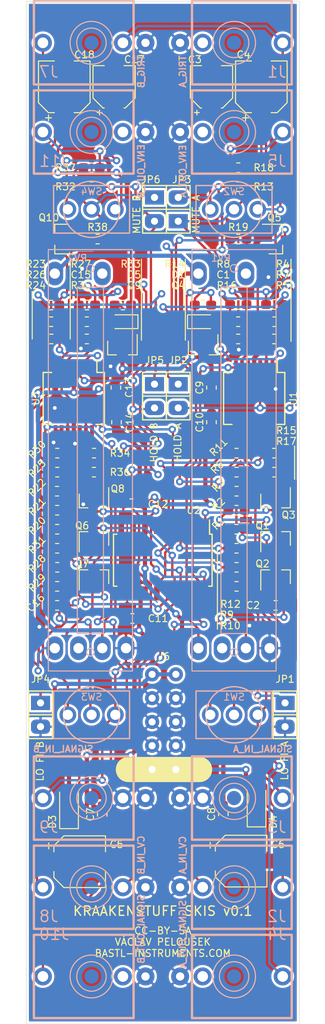
<source format=kicad_pcb>
(kicad_pcb (version 20171130) (host pcbnew "(5.1.5)-2")
  (layers (0 F.Cu signal) (31 B.Cu signal) (34 B.Paste user) (35 F.Paste user) (36 B.SilkS user) (37 F.SilkS user) (38 B.Mask user) (39 F.Mask user) (44 Edge.Cuts user))
  (net 0 "")
  (net 1 "Net-(C1-Pad1)")
  (net 2 "Net-(C2-Pad2)")
  (net 3 "Net-(C2-Pad1)")
  (net 4 "Net-(C3-Pad1)")
  (net 5 GND)
  (net 6 "Net-(C4-Pad1)")
  (net 7 +12V)
  (net 8 -12V)
  (net 9 "Net-(D1-Pad2)")
  (net 10 "Net-(D1-Pad1)")
  (net 11 "Net-(D3-Pad2)")
  (net 12 "Net-(D4-Pad1)")
  (net 13 "Net-(J1-PadTN)")
  (net 14 ENV_A)
  (net 15 "Net-(J2-PadT)")
  (net 16 "Net-(J3-PadT)")
  (net 17 "Net-(J4-PadT)")
  (net 18 "Net-(J4-PadTN)")
  (net 19 "Net-(J5-PadT)")
  (net 20 "Net-(J5-PadTN)")
  (net 21 "Net-(JP2-Pad1)")
  (net 22 "Net-(JP3-Pad2)")
  (net 23 "Net-(Q1-Pad1)")
  (net 24 "Net-(Q1-Pad2)")
  (net 25 CV_A)
  (net 26 "Net-(Q3-Pad2)")
  (net 27 "Net-(Q3-Pad3)")
  (net 28 "Net-(Q4-Pad1)")
  (net 29 "Net-(Q4-Pad2)")
  (net 30 "Net-(Q5-Pad2)")
  (net 31 "Net-(R3-Pad1)")
  (net 32 "Net-(R5-Pad1)")
  (net 33 "Net-(R9-Pad1)")
  (net 34 "Net-(R10-Pad2)")
  (net 35 "Net-(R12-Pad2)")
  (net 36 "Net-(R15-Pad2)")
  (net 37 "Net-(R15-Pad1)")
  (net 38 "Net-(RV1-Pad3)")
  (net 39 "Net-(U2-Pad2)")
  (net 40 NORM)
  (net 41 "Net-(C15-Pad2)")
  (net 42 "Net-(C15-Pad1)")
  (net 43 "Net-(C16-Pad2)")
  (net 44 "Net-(C16-Pad1)")
  (net 45 "Net-(C17-Pad1)")
  (net 46 "Net-(C18-Pad1)")
  (net 47 "Net-(D5-Pad1)")
  (net 48 "Net-(D5-Pad2)")
  (net 49 ENV_B)
  (net 50 "Net-(J8-PadT)")
  (net 51 "Net-(J9-PadT)")
  (net 52 "Net-(J10-PadTN)")
  (net 53 "Net-(J10-PadT)")
  (net 54 "Net-(J11-PadT)")
  (net 55 "Net-(J11-PadTN)")
  (net 56 "Net-(JP5-Pad1)")
  (net 57 "Net-(JP6-Pad2)")
  (net 58 "Net-(Q6-Pad1)")
  (net 59 "Net-(Q6-Pad2)")
  (net 60 CV_B)
  (net 61 "Net-(Q8-Pad2)")
  (net 62 "Net-(Q8-Pad3)")
  (net 63 "Net-(Q9-Pad1)")
  (net 64 "Net-(Q9-Pad2)")
  (net 65 "Net-(Q10-Pad2)")
  (net 66 "Net-(R22-Pad1)")
  (net 67 "Net-(R24-Pad1)")
  (net 68 "Net-(R28-Pad1)")
  (net 69 "Net-(R28-Pad2)")
  (net 70 "Net-(R31-Pad2)")
  (net 71 "Net-(R34-Pad1)")
  (net 72 "Net-(R34-Pad2)")
  (net 73 "Net-(RV2-Pad3)")
  (net 74 "Net-(U2-Pad15)")
  (net 75 "Net-(Q5-Pad3)")
  (net 76 "Net-(Q10-Pad3)")
  (module KraakenStuff:PTL30 (layer B.Cu) (at 92.075 66.802)
    (fp_text reference RV1 (at -1.397 -21.59) (layer B.SilkS) (effects (font (size 0.75 0.75) (thickness 0.12)) (justify mirror)))
    (fp_text value 500k)
    (pad E thru_hole oval (at -3.81 20.066) (size 1.8 2.54) (drill 1.1) (layers *.Cu *.Mask) (net 75 "Net-(Q5-Pad3)"))
    (pad L thru_hole oval (at -1.27 20.066) (size 1.8 2.54) (drill 1.1) (layers *.Cu *.Mask))
    (pad 1 thru_hole oval (at 1.27 20.066) (size 1.8 2.54) (drill 1.1) (layers *.Cu *.Mask) (net 22 "Net-(JP3-Pad2)"))
    (pad 2 thru_hole oval (at 3.81 20.066) (size 1.8 2.54) (drill 1.1) (layers *.Cu *.Mask) (net 5 GND))
    (pad B thru_hole oval (at -3.81 -19.939) (size 1.8 2.54) (drill 1.1) (layers *.Cu *.Mask) (net 7 +12V))
    (pad 3 thru_hole oval (at 1.27 -19.939) (size 1.8 2.54) (drill 1.1) (layers *.Cu *.Mask) (net 38 "Net-(RV1-Pad3)"))
  )
  (module Capacitor_SMD:C_0603_1608Metric_Pad1.05x0.95mm_HandSolder (layer F.Cu) (at 92.5195 52.0065)
    (fp_text reference C1 (at -1.5875 -5.0165) (layer F.SilkS) (effects (font (size 0.75 0.75) (thickness 0.12))))
    (fp_text value 10n)
    (pad 2 smd roundrect (at 0.875 0) (size 1.05 0.95) (layers F.Cu F.Paste F.Mask) (net 40 NORM))
    (pad 1 smd roundrect (at -0.875 0) (size 1.05 0.95) (layers F.Cu F.Paste F.Mask) (net 1 "Net-(C1-Pad1)"))
  )
  (module Capacitor_SMD:C_0603_1608Metric_Pad1.05x0.95mm_HandSolder (layer F.Cu) (at 96.52 82.296)
    (fp_text reference C2 (at -2.413 0) (layer F.SilkS) (effects (font (size 0.75 0.75) (thickness 0.12))))
    (fp_text value 10n)
    (pad 1 smd roundrect (at -0.875 0) (size 1.05 0.95) (layers F.Cu F.Paste F.Mask) (net 3 "Net-(C2-Pad1)"))
    (pad 2 smd roundrect (at 0.875 0) (size 1.05 0.95) (layers F.Cu F.Paste F.Mask) (net 2 "Net-(C2-Pad2)"))
  )
  (module Capacitor_SMD:CP_Elec_4x5.8 (layer F.Cu) (at 89.662 26.924 90)
    (fp_text reference C3 (at 2.921 -1.778 180) (layer F.SilkS) (effects (font (size 0.75 0.75) (thickness 0.12))))
    (fp_text value 1u)
    (pad 2 smd roundrect (at 1.8 0 90) (size 2.6 1.6) (layers F.Cu F.Paste F.Mask) (roundrect_rratio 0.15625) (net 5 GND))
    (pad 1 smd roundrect (at -1.8 0 90) (size 2.6 1.6) (layers F.Cu F.Paste F.Mask) (roundrect_rratio 0.15625) (net 4 "Net-(C3-Pad1)"))
  )
  (module Capacitor_SMD:CP_Elec_5x5.8 (layer F.Cu) (at 94.996 26.924 90)
    (fp_text reference C4 (at 3.429 -1.905 180) (layer F.SilkS) (effects (font (size 0.75 0.75) (thickness 0.12))))
    (fp_text value 10u)
    (pad 2 smd roundrect (at 2.2 0 90) (size 3 1.6) (layers F.Cu F.Paste F.Mask) (roundrect_rratio 0.15625) (net 5 GND))
    (pad 1 smd roundrect (at -2.2 0 90) (size 3 1.6) (layers F.Cu F.Paste F.Mask) (roundrect_rratio 0.15625) (net 6 "Net-(C4-Pad1)"))
  )
  (module Capacitor_SMD:CP_Elec_5x5.8 (layer F.Cu) (at 75.565 109.6645)
    (fp_text reference C5 (at 3.937 -1.8415) (layer F.SilkS) (effects (font (size 0.75 0.75) (thickness 0.12))))
    (fp_text value 10u)
    (pad 1 smd roundrect (at -2.2 0) (size 3 1.6) (layers F.Cu F.Paste F.Mask) (roundrect_rratio 0.15625) (net 7 +12V))
    (pad 2 smd roundrect (at 2.2 0) (size 3 1.6) (layers F.Cu F.Paste F.Mask) (roundrect_rratio 0.15625) (net 5 GND))
  )
  (module Capacitor_SMD:CP_Elec_5x5.8 (layer F.Cu) (at 92.837 109.601)
    (fp_text reference C6 (at 3.937 -1.778) (layer F.SilkS) (effects (font (size 0.75 0.75) (thickness 0.12))))
    (fp_text value 10u)
    (pad 2 smd roundrect (at 2.2 0) (size 3 1.6) (layers F.Cu F.Paste F.Mask) (roundrect_rratio 0.15625) (net 8 -12V))
    (pad 1 smd roundrect (at -2.2 0) (size 3 1.6) (layers F.Cu F.Paste F.Mask) (roundrect_rratio 0.15625) (net 5 GND))
  )
  (module Capacitor_SMD:C_0603_1608Metric_Pad1.05x0.95mm_HandSolder (layer F.Cu) (at 77.978 104.634 90)
    (fp_text reference C7 (at 0 -1.27 90) (layer F.SilkS) (effects (font (size 0.75 0.75) (thickness 0.12))))
    (fp_text value 100n)
    (pad 2 smd roundrect (at 0.875 0 90) (size 1.05 0.95) (layers F.Cu F.Paste F.Mask) (net 5 GND))
    (pad 1 smd roundrect (at -0.875 0 90) (size 1.05 0.95) (layers F.Cu F.Paste F.Mask) (net 7 +12V))
  )
  (module Capacitor_SMD:C_0603_1608Metric_Pad1.05x0.95mm_HandSolder (layer F.Cu) (at 90.932 104.5845 90)
    (fp_text reference C8 (at 0 -1.27 90) (layer F.SilkS) (effects (font (size 0.75 0.75) (thickness 0.12))))
    (fp_text value 100n)
    (pad 1 smd roundrect (at -0.875 0 90) (size 1.05 0.95) (layers F.Cu F.Paste F.Mask) (net 5 GND))
    (pad 2 smd roundrect (at 0.875 0 90) (size 1.05 0.95) (layers F.Cu F.Paste F.Mask) (net 8 -12V))
  )
  (module Capacitor_SMD:C_0603_1608Metric_Pad1.05x0.95mm_HandSolder (layer F.Cu) (at 89.662 59.041 270)
    (fp_text reference C9 (at 0 1.27 90) (layer F.SilkS) (effects (font (size 0.75 0.75) (thickness 0.12))))
    (fp_text value 100n)
    (pad 1 smd roundrect (at -0.875 0 270) (size 1.05 0.95) (layers F.Cu F.Paste F.Mask) (net 7 +12V))
    (pad 2 smd roundrect (at 0.875 0 270) (size 1.05 0.95) (layers F.Cu F.Paste F.Mask) (net 5 GND))
  )
  (module Capacitor_SMD:C_0603_1608Metric_Pad1.05x0.95mm_HandSolder (layer F.Cu) (at 89.662 62.738 270)
    (fp_text reference C10 (at 0 1.27 90) (layer F.SilkS) (effects (font (size 0.75 0.75) (thickness 0.12))))
    (fp_text value 100n)
    (pad 2 smd roundrect (at 0.875 0 270) (size 1.05 0.95) (layers F.Cu F.Paste F.Mask) (net 8 -12V))
    (pad 1 smd roundrect (at -0.875 0 270) (size 1.05 0.95) (layers F.Cu F.Paste F.Mask) (net 5 GND))
  )
  (module Capacitor_SMD:C_0603_1608Metric_Pad1.05x0.95mm_HandSolder (layer F.Cu) (at 81.2025 83.693 180)
    (fp_text reference C11 (at -2.7445 0) (layer F.SilkS) (effects (font (size 0.75 0.75) (thickness 0.12))))
    (fp_text value 100n)
    (pad 1 smd roundrect (at -0.875 0 180) (size 1.05 0.95) (layers F.Cu F.Paste F.Mask) (net 7 +12V))
    (pad 2 smd roundrect (at 0.875 0 180) (size 1.05 0.95) (layers F.Cu F.Paste F.Mask) (net 5 GND))
  )
  (module Capacitor_SMD:C_0603_1608Metric_Pad1.05x0.95mm_HandSolder (layer F.Cu) (at 81.1035 71.4375)
    (fp_text reference C12 (at 2.8435 0.0635) (layer F.SilkS) (effects (font (size 0.75 0.75) (thickness 0.12))))
    (fp_text value 100n)
    (pad 2 smd roundrect (at 0.875 0) (size 1.05 0.95) (layers F.Cu F.Paste F.Mask) (net 8 -12V))
    (pad 1 smd roundrect (at -0.875 0) (size 1.05 0.95) (layers F.Cu F.Paste F.Mask) (net 5 GND))
  )
  (module Diode_SMD:D_SOD-123 (layer F.Cu) (at 74.422 103.886 90)
    (fp_text reference D3 (at -1.524 -1.778 90) (layer F.SilkS) (effects (font (size 0.75 0.75) (thickness 0.12))))
    (fp_text value 1N5819)
    (pad 1 smd rect (at -1.65 0 90) (size 0.9 1.2) (layers F.Cu F.Paste F.Mask) (net 7 +12V))
    (pad 2 smd rect (at 1.65 0 90) (size 0.9 1.2) (layers F.Cu F.Paste F.Mask) (net 11 "Net-(D3-Pad2)"))
  )
  (module Diode_SMD:D_SOD-123 (layer F.Cu) (at 94.488 103.6965 90)
    (fp_text reference D4 (at -1.7135 1.778 90) (layer F.SilkS) (effects (font (size 0.75 0.75) (thickness 0.12))))
    (fp_text value 1N5819)
    (pad 2 smd rect (at 1.65 0 90) (size 0.9 1.2) (layers F.Cu F.Paste F.Mask) (net 8 -12V))
    (pad 1 smd rect (at -1.65 0 90) (size 0.9 1.2) (layers F.Cu F.Paste F.Mask) (net 12 "Net-(D4-Pad1)"))
  )
  (module KraakenStuff:PJ301M-12-NoHole (layer B.Cu) (at 92.075 22.225 180)
    (fp_text reference J1 (at -5.715 -3.81) (layer B.SilkS) (effects (font (size 1.2065 1.2065) (thickness 0.1524)) (justify left bottom mirror)))
    (fp_text value TRIG_A (at 5.08 -1.27 90) (layer B.SilkS) (effects (font (size 0.7 0.7) (thickness 0.1524)) (justify left bottom mirror)))
    (pad HOLE smd circle (at 0 0 180) (size 1.524 1.524) (layers B.Cu))
    (pad T thru_hole circle (at -5.207 0 180) (size 1.9304 1.9304) (drill 1.143) (layers *.Cu *.Mask) (net 40 NORM))
    (pad S thru_hole circle (at 5.7658 0 180) (size 1.9304 1.9304) (drill 0.889) (layers *.Cu *.Mask) (net 5 GND))
    (pad TN thru_hole circle (at 3.3528 0 180) (size 1.9304 1.9304) (drill 1.143) (layers *.Cu *.Mask) (net 13 "Net-(J1-PadTN)"))
  )
  (module KraakenStuff:PJ301M-12-NoHole (layer B.Cu) (at 92.074999 112.395 180)
    (fp_text reference J2 (at -5.715 -3.81) (layer B.SilkS) (effects (font (size 1.2065 1.2065) (thickness 0.1524)) (justify left bottom mirror)))
    (fp_text value CV_IN_A (at 5.08 5.555733 90) (layer B.SilkS) (effects (font (size 0.7 0.7) (thickness 0.1524)) (justify left bottom mirror)))
    (pad HOLE smd circle (at 0 0 180) (size 1.524 1.524) (layers B.Cu))
    (pad T thru_hole circle (at -5.207 0 180) (size 1.9304 1.9304) (drill 1.143) (layers *.Cu *.Mask) (net 15 "Net-(J2-PadT)"))
    (pad S thru_hole circle (at 5.7658 0 180) (size 1.9304 1.9304) (drill 0.889) (layers *.Cu *.Mask) (net 5 GND))
    (pad TN thru_hole circle (at 3.3528 0 180) (size 1.9304 1.9304) (drill 1.143) (layers *.Cu *.Mask) (net 14 ENV_A))
  )
  (module KraakenStuff:PJ301M-12-NoHole (layer B.Cu) (at 92.075 102.87 180)
    (fp_text reference J3 (at -5.715 -3.81) (layer B.SilkS) (effects (font (size 1.2065 1.2065) (thickness 0.1524)) (justify left bottom mirror)))
    (fp_text value SIGNAL_IN_A (at -6.35 4.826) (layer B.SilkS) (effects (font (size 0.7 0.7) (thickness 0.1524)) (justify left bottom mirror)))
    (pad HOLE smd circle (at 0 0 180) (size 1.524 1.524) (layers B.Cu))
    (pad T thru_hole circle (at -5.207 0 180) (size 1.9304 1.9304) (drill 1.143) (layers *.Cu *.Mask) (net 16 "Net-(J3-PadT)"))
    (pad S thru_hole circle (at 5.7658 0 180) (size 1.9304 1.9304) (drill 0.889) (layers *.Cu *.Mask) (net 5 GND))
    (pad TN thru_hole circle (at 3.3528 0 180) (size 1.9304 1.9304) (drill 1.143) (layers *.Cu *.Mask) (net 5 GND))
  )
  (module KraakenStuff:PJ301M-12-NoHole (layer B.Cu) (at 92.075 121.92 180)
    (fp_text reference J4 (at -5.715 3.81) (layer B.SilkS) (effects (font (size 1.2065 1.2065) (thickness 0.1524)) (justify left bottom mirror)))
    (fp_text value SIGNAL_OUT_A (at 5.08 8.255 90) (layer B.SilkS) (effects (font (size 0.7 0.7) (thickness 0.1524)) (justify left bottom mirror)))
    (pad TN thru_hole circle (at 3.3528 0 180) (size 1.9304 1.9304) (drill 1.143) (layers *.Cu *.Mask) (net 18 "Net-(J4-PadTN)"))
    (pad S thru_hole circle (at 5.7658 0 180) (size 1.9304 1.9304) (drill 0.889) (layers *.Cu *.Mask) (net 5 GND))
    (pad T thru_hole circle (at -5.207 0 180) (size 1.9304 1.9304) (drill 1.143) (layers *.Cu *.Mask) (net 17 "Net-(J4-PadT)"))
    (pad HOLE smd circle (at 0 0 180) (size 1.524 1.524) (layers B.Cu))
  )
  (module KraakenStuff:PJ301M-12-NoHole (layer B.Cu) (at 92.075 31.75 180)
    (fp_text reference J5 (at -5.715 -3.81) (layer B.SilkS) (effects (font (size 1.2065 1.2065) (thickness 0.1524)) (justify left bottom mirror)))
    (fp_text value ENV_OUT_A (at 5.08 -1.27 90) (layer B.SilkS) (effects (font (size 0.7 0.7) (thickness 0.1524)) (justify left bottom mirror)))
    (pad TN thru_hole circle (at 3.3528 0 180) (size 1.9304 1.9304) (drill 1.143) (layers *.Cu *.Mask) (net 20 "Net-(J5-PadTN)"))
    (pad S thru_hole circle (at 5.7658 0 180) (size 1.9304 1.9304) (drill 0.889) (layers *.Cu *.Mask) (net 5 GND))
    (pad T thru_hole circle (at -5.207 0 180) (size 1.9304 1.9304) (drill 1.143) (layers *.Cu *.Mask) (net 19 "Net-(J5-PadT)"))
    (pad HOLE smd circle (at 0 0 180) (size 1.524 1.524) (layers B.Cu))
  )
  (module KraakenStuff:EuroHeader10 (layer F.Cu) (at 84.582 94.742 180)
    (fp_text reference J6 (at 0 6.985) (layer F.SilkS) (effects (font (size 0.75 0.75) (thickness 0.12))))
    (fp_text value EuroPower)
    (pad 10 thru_hole circle (at 1.27 5.08 180) (size 1.524 1.524) (drill 0.762) (layers *.Cu *.Mask) (net 11 "Net-(D3-Pad2)"))
    (pad 9 thru_hole circle (at -1.27 5.08 180) (size 1.524 1.524) (drill 0.762) (layers *.Cu *.Mask) (net 11 "Net-(D3-Pad2)"))
    (pad 8 thru_hole circle (at 1.27 2.54 180) (size 1.524 1.524) (drill 0.762) (layers *.Cu *.Mask) (net 5 GND))
    (pad 7 thru_hole circle (at -1.27 2.54 180) (size 1.524 1.524) (drill 0.762) (layers *.Cu *.Mask) (net 5 GND))
    (pad 6 thru_hole circle (at 1.27 0 180) (size 1.524 1.524) (drill 0.762) (layers *.Cu *.Mask) (net 5 GND))
    (pad 5 thru_hole circle (at -1.27 0 180) (size 1.524 1.524) (drill 0.762) (layers *.Cu *.Mask) (net 5 GND))
    (pad 4 thru_hole circle (at 1.27 -2.54 180) (size 1.524 1.524) (drill 0.762) (layers *.Cu *.Mask) (net 5 GND))
    (pad 3 thru_hole circle (at -1.27 -2.54 180) (size 1.524 1.524) (drill 0.762) (layers *.Cu *.Mask) (net 5 GND))
    (pad 2 thru_hole circle (at 1.27 -5.08 180) (size 1.524 1.524) (drill 0.762) (layers *.Cu *.Mask) (net 12 "Net-(D4-Pad1)"))
    (pad 1 thru_hole rect (at -1.27 -5.08 180) (size 1.524 1.524) (drill 0.762) (layers *.Cu *.Mask) (net 12 "Net-(D4-Pad1)"))
  )
  (module "KraakenStuff:Header 1x2" (layer F.Cu) (at 97.536 93.98)
    (fp_text reference JP1 (at 0 -3.81) (layer F.SilkS) (effects (font (size 0.75 0.75) (thickness 0.12))))
    (fp_text value LO_FI_FILTER_A)
    (pad 1 thru_hole rect (at 0 -1.27) (size 2.048 1.524) (drill 0.762) (layers *.Cu *.Mask) (net 3 "Net-(C2-Pad1)"))
    (pad 2 thru_hole roundrect (at 0 1.27) (size 2.048 1.524) (drill 0.762) (layers *.Cu *.Mask) (roundrect_rratio 0.33) (net 5 GND))
  )
  (module "KraakenStuff:Header 1x2" (layer F.Cu) (at 86.106 59.944)
    (fp_text reference JP2 (at 0 -3.81) (layer F.SilkS) (effects (font (size 0.75 0.75) (thickness 0.12))))
    (fp_text value HOLD_A)
    (pad 2 thru_hole roundrect (at 0 1.27) (size 2.048 1.524) (drill 0.762) (layers *.Cu *.Mask) (roundrect_rratio 0.33) (net 1 "Net-(C1-Pad1)"))
    (pad 1 thru_hole rect (at 0 -1.27) (size 2.048 1.524) (drill 0.762) (layers *.Cu *.Mask) (net 21 "Net-(JP2-Pad1)"))
  )
  (module "KraakenStuff:Header 1x2" (layer F.Cu) (at 86.106 40.005 180)
    (fp_text reference JP3 (at -0.381 3.175) (layer F.SilkS) (effects (font (size 0.75 0.75) (thickness 0.12))))
    (fp_text value MUTE)
    (pad 2 thru_hole roundrect (at 0 1.27 180) (size 2.048 1.524) (drill 0.762) (layers *.Cu *.Mask) (roundrect_rratio 0.33) (net 22 "Net-(JP3-Pad2)"))
    (pad 1 thru_hole rect (at 0 -1.27 180) (size 2.048 1.524) (drill 0.762) (layers *.Cu *.Mask) (net 10 "Net-(D1-Pad1)"))
  )
  (module Package_TO_SOT_SMD:SOT-23 (layer F.Cu) (at 96.52 75.184 90)
    (fp_text reference Q1 (at 1.397 -1.397 180) (layer F.SilkS) (effects (font (size 0.75 0.75) (thickness 0.12))))
    (fp_text value BS170F)
    (pad 3 smd rect (at 1 0 90) (size 0.9 0.8) (layers F.Cu F.Paste F.Mask) (net 16 "Net-(J3-PadT)"))
    (pad 2 smd rect (at -1 0.95 90) (size 0.9 0.8) (layers F.Cu F.Paste F.Mask) (net 24 "Net-(Q1-Pad2)"))
    (pad 1 smd rect (at -1 -0.95 90) (size 0.9 0.8) (layers F.Cu F.Paste F.Mask) (net 23 "Net-(Q1-Pad1)"))
  )
  (module Package_TO_SOT_SMD:SOT-23 (layer F.Cu) (at 96.52 79.264 90)
    (fp_text reference Q2 (at 1.413 -1.397 180) (layer F.SilkS) (effects (font (size 0.75 0.75) (thickness 0.12))))
    (fp_text value BS170F)
    (pad 1 smd rect (at -1 -0.95 90) (size 0.9 0.8) (layers F.Cu F.Paste F.Mask) (net 25 CV_A))
    (pad 2 smd rect (at -1 0.95 90) (size 0.9 0.8) (layers F.Cu F.Paste F.Mask) (net 2 "Net-(C2-Pad2)"))
    (pad 3 smd rect (at 1 0 90) (size 0.9 0.8) (layers F.Cu F.Paste F.Mask) (net 24 "Net-(Q1-Pad2)"))
  )
  (module Package_TO_SOT_SMD:SOT-23 (layer F.Cu) (at 96.52 71.12 270)
    (fp_text reference Q3 (at 1.524 -1.397 180) (layer F.SilkS) (effects (font (size 0.75 0.75) (thickness 0.12))))
    (fp_text value MMBT3906)
    (pad 3 smd rect (at 1 0 270) (size 0.9 0.8) (layers F.Cu F.Paste F.Mask) (net 27 "Net-(Q3-Pad3)"))
    (pad 2 smd rect (at -1 0.95 270) (size 0.9 0.8) (layers F.Cu F.Paste F.Mask) (net 26 "Net-(Q3-Pad2)"))
    (pad 1 smd rect (at -1 -0.95 270) (size 0.9 0.8) (layers F.Cu F.Paste F.Mask) (net 5 GND))
  )
  (module Package_TO_SOT_SMD:SOT-23 (layer F.Cu) (at 88.7705 54.7845 270)
    (fp_text reference Q4 (at -6.6515 2.6645 180) (layer F.SilkS) (effects (font (size 0.75 0.75) (thickness 0.12))))
    (fp_text value MMBT3904)
    (pad 3 smd rect (at 1 0 270) (size 0.9 0.8) (layers F.Cu F.Paste F.Mask) (net 7 +12V))
    (pad 2 smd rect (at -1 0.95 270) (size 0.9 0.8) (layers F.Cu F.Paste F.Mask) (net 29 "Net-(Q4-Pad2)"))
    (pad 1 smd rect (at -1 -0.95 270) (size 0.9 0.8) (layers F.Cu F.Paste F.Mask) (net 28 "Net-(Q4-Pad1)"))
  )
  (module Package_TO_SOT_SMD:SOT-23 (layer F.Cu) (at 96.52 43.18)
    (fp_text reference Q5 (at -0.127 -2.286) (layer F.SilkS) (effects (font (size 0.75 0.75) (thickness 0.12))))
    (fp_text value BS170F)
    (pad 1 smd rect (at -1 -0.95) (size 0.9 0.8) (layers F.Cu F.Paste F.Mask) (net 14 ENV_A))
    (pad 2 smd rect (at -1 0.95) (size 0.9 0.8) (layers F.Cu F.Paste F.Mask) (net 30 "Net-(Q5-Pad2)"))
    (pad 3 smd rect (at 1 0) (size 0.9 0.8) (layers F.Cu F.Paste F.Mask) (net 75 "Net-(Q5-Pad3)"))
  )
  (module Resistor_SMD:R_0603_1608Metric_Pad1.05x0.95mm_HandSolder (layer F.Cu) (at 92.343 74.168)
    (fp_text reference R1 (at -1.919 -0.635 225) (layer F.SilkS) (effects (font (size 0.75 0.75) (thickness 0.12))))
    (fp_text value 100k)
    (pad 1 smd roundrect (at -0.875 0) (size 1.05 0.95) (layers F.Cu F.Paste F.Mask) (net 25 CV_A))
    (pad 2 smd roundrect (at 0.875 0) (size 1.05 0.95) (layers F.Cu F.Paste F.Mask) (net 23 "Net-(Q1-Pad1)"))
  )
  (module Resistor_SMD:R_0603_1608Metric_Pad1.05x0.95mm_HandSolder (layer F.Cu) (at 92.343 72.136 180)
    (fp_text reference R2 (at 1.919 0.635 45) (layer F.SilkS) (effects (font (size 0.75 0.75) (thickness 0.12))))
    (fp_text value 100k)
    (pad 1 smd roundrect (at -0.875 0 180) (size 1.05 0.95) (layers F.Cu F.Paste F.Mask) (net 5 GND))
    (pad 2 smd roundrect (at 0.875 0 180) (size 1.05 0.95) (layers F.Cu F.Paste F.Mask) (net 25 CV_A))
  )
  (module Resistor_SMD:R_0603_1608Metric_Pad1.05x0.95mm_HandSolder (layer F.Cu) (at 92.343 70.104)
    (fp_text reference R3 (at -1.919 -0.635 225) (layer F.SilkS) (effects (font (size 0.75 0.75) (thickness 0.12))))
    (fp_text value 1k)
    (pad 1 smd roundrect (at -0.875 0) (size 1.05 0.95) (layers F.Cu F.Paste F.Mask) (net 31 "Net-(R3-Pad1)"))
    (pad 2 smd roundrect (at 0.875 0) (size 1.05 0.95) (layers F.Cu F.Paste F.Mask) (net 15 "Net-(J2-PadT)"))
  )
  (module Resistor_SMD:R_0603_1608Metric_Pad1.05x0.95mm_HandSolder (layer F.Cu) (at 96.379 50.165 180)
    (fp_text reference R4 (at -0.903 4.318) (layer F.SilkS) (effects (font (size 0.75 0.75) (thickness 0.12))))
    (fp_text value 1k)
    (pad 1 smd roundrect (at -0.875 0 180) (size 1.05 0.95) (layers F.Cu F.Paste F.Mask) (net 21 "Net-(JP2-Pad1)"))
    (pad 2 smd roundrect (at 0.875 0 180) (size 1.05 0.95) (layers F.Cu F.Paste F.Mask) (net 40 NORM))
  )
  (module Resistor_SMD:R_0603_1608Metric_Pad1.05x0.95mm_HandSolder (layer F.Cu) (at 96.379 53.848 180)
    (fp_text reference R5 (at -0.903 5.715) (layer F.SilkS) (effects (font (size 0.75 0.75) (thickness 0.12))))
    (fp_text value 100k)
    (pad 2 smd roundrect (at 0.875 0 180) (size 1.05 0.95) (layers F.Cu F.Paste F.Mask) (net 7 +12V))
    (pad 1 smd roundrect (at -0.875 0 180) (size 1.05 0.95) (layers F.Cu F.Paste F.Mask) (net 32 "Net-(R5-Pad1)"))
  )
  (module Resistor_SMD:R_0603_1608Metric_Pad1.05x0.95mm_HandSolder (layer F.Cu) (at 92.343 68.072 180)
    (fp_text reference R6 (at 2.046 0.508 45) (layer F.SilkS) (effects (font (size 0.75 0.75) (thickness 0.12))))
    (fp_text value 100k)
    (pad 1 smd roundrect (at -0.875 0 180) (size 1.05 0.95) (layers F.Cu F.Paste F.Mask) (net 5 GND))
    (pad 2 smd roundrect (at 0.875 0 180) (size 1.05 0.95) (layers F.Cu F.Paste F.Mask) (net 31 "Net-(R3-Pad1)"))
  )
  (module Resistor_SMD:R_0603_1608Metric_Pad1.05x0.95mm_HandSolder (layer F.Cu) (at 96.407 52.0065)
    (fp_text reference R7 (at 0.875 -5.0165) (layer F.SilkS) (effects (font (size 0.75 0.75) (thickness 0.12))))
    (fp_text value 10k)
    (pad 1 smd roundrect (at -0.875 0) (size 1.05 0.95) (layers F.Cu F.Paste F.Mask) (net 5 GND))
    (pad 2 smd roundrect (at 0.875 0) (size 1.05 0.95) (layers F.Cu F.Paste F.Mask) (net 32 "Net-(R5-Pad1)"))
  )
  (module Resistor_SMD:R_0603_1608Metric_Pad1.05x0.95mm_HandSolder (layer F.Cu) (at 92.5335 50.165 180)
    (fp_text reference R8 (at 1.6015 4.318) (layer F.SilkS) (effects (font (size 0.75 0.75) (thickness 0.12))))
    (fp_text value 100k)
    (pad 2 smd roundrect (at 0.875 0 180) (size 1.05 0.95) (layers F.Cu F.Paste F.Mask) (net 1 "Net-(C1-Pad1)"))
    (pad 1 smd roundrect (at -0.875 0 180) (size 1.05 0.95) (layers F.Cu F.Paste F.Mask) (net 5 GND))
  )
  (module Resistor_SMD:R_0603_1608Metric_Pad1.05x0.95mm_HandSolder (layer F.Cu) (at 92.343 78.232 180)
    (fp_text reference R9 (at 1.03 -5.08) (layer F.SilkS) (effects (font (size 0.75 0.75) (thickness 0.12))))
    (fp_text value 100k)
    (pad 2 smd roundrect (at 0.875 0 180) (size 1.05 0.95) (layers F.Cu F.Paste F.Mask) (net 34 "Net-(R10-Pad2)"))
    (pad 1 smd roundrect (at -0.875 0 180) (size 1.05 0.95) (layers F.Cu F.Paste F.Mask) (net 33 "Net-(R9-Pad1)"))
  )
  (module Resistor_SMD:R_0603_1608Metric_Pad1.05x0.95mm_HandSolder (layer F.Cu) (at 92.343 80.264 180)
    (fp_text reference R10 (at 0.649 -4.191) (layer F.SilkS) (effects (font (size 0.75 0.75) (thickness 0.12))))
    (fp_text value 1k)
    (pad 1 smd roundrect (at -0.875 0 180) (size 1.05 0.95) (layers F.Cu F.Paste F.Mask) (net 5 GND))
    (pad 2 smd roundrect (at 0.875 0 180) (size 1.05 0.95) (layers F.Cu F.Paste F.Mask) (net 34 "Net-(R10-Pad2)"))
  )
  (module Resistor_SMD:R_0603_1608Metric_Pad1.05x0.95mm_HandSolder (layer F.Cu) (at 92.343 66.04 180)
    (fp_text reference R11 (at 1.919 0.635 45) (layer F.SilkS) (effects (font (size 0.75 0.75) (thickness 0.12))))
    (fp_text value 47k)
    (pad 2 smd roundrect (at 0.875 0 180) (size 1.05 0.95) (layers F.Cu F.Paste F.Mask) (net 25 CV_A))
    (pad 1 smd roundrect (at -0.875 0 180) (size 1.05 0.95) (layers F.Cu F.Paste F.Mask) (net 26 "Net-(Q3-Pad2)"))
  )
  (module Resistor_SMD:R_0603_1608Metric_Pad1.05x0.95mm_HandSolder (layer F.Cu) (at 92.343 76.2 180)
    (fp_text reference R12 (at 0.649 -5.969) (layer F.SilkS) (effects (font (size 0.75 0.75) (thickness 0.12))))
    (fp_text value 1k)
    (pad 2 smd roundrect (at 0.875 0 180) (size 1.05 0.95) (layers F.Cu F.Paste F.Mask) (net 35 "Net-(R12-Pad2)"))
    (pad 1 smd roundrect (at -0.875 0 180) (size 1.05 0.95) (layers F.Cu F.Paste F.Mask) (net 5 GND))
  )
  (module Resistor_SMD:R_0603_1608Metric_Pad1.05x0.95mm_HandSolder (layer F.Cu) (at 92.5335 37.592)
    (fp_text reference R13 (at 2.7165 0) (layer F.SilkS) (effects (font (size 0.75 0.75) (thickness 0.12))))
    (fp_text value 1k)
    (pad 2 smd roundrect (at 0.875 0) (size 1.05 0.95) (layers F.Cu F.Paste F.Mask) (net 10 "Net-(D1-Pad1)"))
    (pad 1 smd roundrect (at -0.875 0) (size 1.05 0.95) (layers F.Cu F.Paste F.Mask) (net 22 "Net-(JP3-Pad2)"))
  )
  (module Resistor_SMD:R_0603_1608Metric_Pad1.05x0.95mm_HandSolder (layer F.Cu) (at 88.759 50.2285 180)
    (fp_text reference R14 (at 3.034 4.3815) (layer F.SilkS) (effects (font (size 0.75 0.75) (thickness 0.12))))
    (fp_text value 10k)
    (pad 2 smd roundrect (at 0.875 0 180) (size 1.05 0.95) (layers F.Cu F.Paste F.Mask) (net 10 "Net-(D1-Pad1)"))
    (pad 1 smd roundrect (at -0.875 0 180) (size 1.05 0.95) (layers F.Cu F.Paste F.Mask) (net 28 "Net-(Q4-Pad1)"))
  )
  (module Resistor_SMD:R_0603_1608Metric_Pad1.05x0.95mm_HandSolder (layer F.Cu) (at 96.379 66.04)
    (fp_text reference R15 (at 1.284 -2.413) (layer F.SilkS) (effects (font (size 0.75 0.75) (thickness 0.12))))
    (fp_text value 100k)
    (pad 1 smd roundrect (at -0.875 0) (size 1.05 0.95) (layers F.Cu F.Paste F.Mask) (net 37 "Net-(R15-Pad1)"))
    (pad 2 smd roundrect (at 0.875 0) (size 1.05 0.95) (layers F.Cu F.Paste F.Mask) (net 36 "Net-(R15-Pad2)"))
  )
  (module Resistor_SMD:R_0603_1608Metric_Pad1.05x0.95mm_HandSolder (layer F.Cu) (at 92.5195 53.848 180)
    (fp_text reference R16 (at 1.2065 5.715) (layer F.SilkS) (effects (font (size 0.75 0.75) (thickness 0.12))))
    (fp_text value 4k7)
    (pad 2 smd roundrect (at 0.875 0 180) (size 1.05 0.95) (layers F.Cu F.Paste F.Mask) (net 29 "Net-(Q4-Pad2)"))
    (pad 1 smd roundrect (at -0.875 0 180) (size 1.05 0.95) (layers F.Cu F.Paste F.Mask) (net 5 GND))
  )
  (module Resistor_SMD:R_0603_1608Metric_Pad1.05x0.95mm_HandSolder (layer F.Cu) (at 96.393 68.072)
    (fp_text reference R17 (at 1.27 -3.302) (layer F.SilkS) (effects (font (size 0.75 0.75) (thickness 0.12))))
    (fp_text value 1k)
    (pad 2 smd roundrect (at 0.875 0) (size 1.05 0.95) (layers F.Cu F.Paste F.Mask) (net 17 "Net-(J4-PadT)"))
    (pad 1 smd roundrect (at -0.875 0) (size 1.05 0.95) (layers F.Cu F.Paste F.Mask) (net 36 "Net-(R15-Pad2)"))
  )
  (module Resistor_SMD:R_0603_1608Metric_Pad1.05x0.95mm_HandSolder (layer F.Cu) (at 92.5335 35.56 180)
    (fp_text reference R18 (at -2.7165 0) (layer F.SilkS) (effects (font (size 0.75 0.75) (thickness 0.12))))
    (fp_text value 1k)
    (pad 2 smd roundrect (at 0.875 0 180) (size 1.05 0.95) (layers F.Cu F.Paste F.Mask) (net 19 "Net-(J5-PadT)"))
    (pad 1 smd roundrect (at -0.875 0 180) (size 1.05 0.95) (layers F.Cu F.Paste F.Mask) (net 14 ENV_A))
  )
  (module Resistor_SMD:R_0603_1608Metric_Pad1.05x0.95mm_HandSolder (layer F.Cu) (at 92.5335 43.18 180)
    (fp_text reference R19 (at 0 1.27) (layer F.SilkS) (effects (font (size 0.75 0.75) (thickness 0.12))))
    (fp_text value 1k)
    (pad 1 smd roundrect (at -0.875 0 180) (size 1.05 0.95) (layers F.Cu F.Paste F.Mask) (net 30 "Net-(Q5-Pad2)"))
    (pad 2 smd roundrect (at 0.875 0 180) (size 1.05 0.95) (layers F.Cu F.Paste F.Mask) (net 5 GND))
  )
  (module KraakenStuff:SubSwitch_SPDT (layer B.Cu) (at 92.075 93.98 270)
    (fp_text reference SW1 (at -1.905 0 180) (layer B.SilkS) (effects (font (size 0.75 0.75) (thickness 0.12)) (justify mirror)))
    (fp_text value CRUNCH_A)
    (pad 1 thru_hole circle (at 0 -2.54 270) (size 1.8 1.8) (drill 1.09) (layers *.Cu *.Mask) (net 16 "Net-(J3-PadT)"))
    (pad 2 thru_hole circle (at 0 0 270) (size 1.8 1.8) (drill 1.09) (layers *.Cu *.Mask) (net 33 "Net-(R9-Pad1)"))
    (pad 3 thru_hole circle (at 0 2.54 270) (size 1.8 1.8) (drill 1.09) (layers *.Cu *.Mask) (net 2 "Net-(C2-Pad2)"))
  )
  (module KraakenStuff:SubSwitch_SPDT (layer B.Cu) (at 92.075 40.005 270)
    (fp_text reference SW2 (at -1.905 0 180) (layer B.SilkS) (effects (font (size 0.75 0.75) (thickness 0.12)) (justify mirror)))
    (fp_text value SPEED_A)
    (pad 3 thru_hole circle (at 0 2.54 270) (size 1.8 1.8) (drill 1.09) (layers *.Cu *.Mask) (net 4 "Net-(C3-Pad1)"))
    (pad 2 thru_hole circle (at 0 0 270) (size 1.8 1.8) (drill 1.09) (layers *.Cu *.Mask) (net 10 "Net-(D1-Pad1)"))
    (pad 1 thru_hole circle (at 0 -2.54 270) (size 1.8 1.8) (drill 1.09) (layers *.Cu *.Mask) (net 6 "Net-(C4-Pad1)"))
  )
  (module Package_SO:SSOP-14_5.3x6.2mm_P0.65mm (layer F.Cu) (at 94.234 60.198 270)
    (fp_text reference U1 (at 0 -4.2 90) (layer F.SilkS) (effects (font (size 0.75 0.75) (thickness 0.12))))
    (fp_text value TL074)
    (pad 14 smd rect (at 3.45 -1.95 270) (size 1.2 0.4) (layers F.Cu F.Paste F.Mask) (net 36 "Net-(R15-Pad2)"))
    (pad 13 smd rect (at 3.45 -1.3 270) (size 1.2 0.4) (layers F.Cu F.Paste F.Mask) (net 37 "Net-(R15-Pad1)"))
    (pad 12 smd rect (at 3.45 -0.65 270) (size 1.2 0.4) (layers F.Cu F.Paste F.Mask) (net 5 GND))
    (pad 11 smd rect (at 3.45 0 270) (size 1.2 0.4) (layers F.Cu F.Paste F.Mask) (net 8 -12V))
    (pad 10 smd rect (at 3.45 0.65 270) (size 1.2 0.4) (layers F.Cu F.Paste F.Mask) (net 31 "Net-(R3-Pad1)"))
    (pad 9 smd rect (at 3.45 1.3 270) (size 1.2 0.4) (layers F.Cu F.Paste F.Mask) (net 25 CV_A))
    (pad 8 smd rect (at 3.45 1.95 270) (size 1.2 0.4) (layers F.Cu F.Paste F.Mask) (net 25 CV_A))
    (pad 7 smd rect (at -3.45 1.95 270) (size 1.2 0.4) (layers F.Cu F.Paste F.Mask) (net 14 ENV_A))
    (pad 6 smd rect (at -3.45 1.3 270) (size 1.2 0.4) (layers F.Cu F.Paste F.Mask) (net 14 ENV_A))
    (pad 5 smd rect (at -3.45 0.65 270) (size 1.2 0.4) (layers F.Cu F.Paste F.Mask) (net 29 "Net-(Q4-Pad2)"))
    (pad 4 smd rect (at -3.45 0 270) (size 1.2 0.4) (layers F.Cu F.Paste F.Mask) (net 7 +12V))
    (pad 3 smd rect (at -3.45 -0.65 270) (size 1.2 0.4) (layers F.Cu F.Paste F.Mask) (net 1 "Net-(C1-Pad1)"))
    (pad 2 smd rect (at -3.45 -1.3 270) (size 1.2 0.4) (layers F.Cu F.Paste F.Mask) (net 32 "Net-(R5-Pad1)"))
    (pad 1 smd rect (at -3.45 -1.95 270) (size 1.2 0.4) (layers F.Cu F.Paste F.Mask) (net 9 "Net-(D1-Pad2)"))
  )
  (module Package_SO:SOIC-16W_5.3x10.2mm_P1.27mm (layer F.Cu) (at 84.455 77.47 270)
    (fp_text reference U2 (at -5.334 -3.302 180) (layer F.SilkS) (effects (font (size 0.75 0.75) (thickness 0.12))))
    (fp_text value LM13700)
    (pad 16 smd rect (at 3.55 -4.445 270) (size 1.5 0.6) (layers F.Cu F.Paste F.Mask) (net 62 "Net-(Q8-Pad3)"))
    (pad 15 smd rect (at 3.55 -3.175 270) (size 1.5 0.6) (layers F.Cu F.Paste F.Mask) (net 74 "Net-(U2-Pad15)"))
    (pad 14 smd rect (at 3.55 -1.905 270) (size 1.5 0.6) (layers F.Cu F.Paste F.Mask) (net 70 "Net-(R31-Pad2)"))
    (pad 13 smd rect (at 3.55 -0.635 270) (size 1.5 0.6) (layers F.Cu F.Paste F.Mask) (net 69 "Net-(R28-Pad2)"))
    (pad 12 smd rect (at 3.55 0.635 270) (size 1.5 0.6) (layers F.Cu F.Paste F.Mask) (net 71 "Net-(R34-Pad1)"))
    (pad 11 smd rect (at 3.55 1.905 270) (size 1.5 0.6) (layers F.Cu F.Paste F.Mask) (net 7 +12V))
    (pad 10 smd rect (at 3.55 3.175 270) (size 1.5 0.6) (layers F.Cu F.Paste F.Mask))
    (pad 9 smd rect (at 3.55 4.445 270) (size 1.5 0.6) (layers F.Cu F.Paste F.Mask))
    (pad 8 smd rect (at -3.55 4.445 270) (size 1.5 0.6) (layers F.Cu F.Paste F.Mask))
    (pad 7 smd rect (at -3.55 3.175 270) (size 1.5 0.6) (layers F.Cu F.Paste F.Mask))
    (pad 6 smd rect (at -3.55 1.905 270) (size 1.5 0.6) (layers F.Cu F.Paste F.Mask) (net 8 -12V))
    (pad 5 smd rect (at -3.55 0.635 270) (size 1.5 0.6) (layers F.Cu F.Paste F.Mask) (net 37 "Net-(R15-Pad1)"))
    (pad 4 smd rect (at -3.55 -0.635 270) (size 1.5 0.6) (layers F.Cu F.Paste F.Mask) (net 34 "Net-(R10-Pad2)"))
    (pad 3 smd rect (at -3.55 -1.905 270) (size 1.5 0.6) (layers F.Cu F.Paste F.Mask) (net 35 "Net-(R12-Pad2)"))
    (pad 2 smd rect (at -3.55 -3.175 270) (size 1.5 0.6) (layers F.Cu F.Paste F.Mask) (net 39 "Net-(U2-Pad2)"))
    (pad 1 smd rect (at -3.55 -4.445 270) (size 1.5 0.6) (layers F.Cu F.Paste F.Mask) (net 27 "Net-(Q3-Pad3)"))
  )
  (module Capacitor_SMD:C_0603_1608Metric_Pad1.05x0.95mm_HandSolder (layer F.Cu) (at 79.4385 59.041 270)
    (fp_text reference C13 (at 0 -1.43 90) (layer F.SilkS) (effects (font (size 0.75 0.75) (thickness 0.12))))
    (fp_text value 100n)
    (pad 2 smd roundrect (at 0.875 0 270) (size 1.05 0.95) (layers F.Cu F.Paste F.Mask) (net 5 GND))
    (pad 1 smd roundrect (at -0.875 0 270) (size 1.05 0.95) (layers F.Cu F.Paste F.Mask) (net 7 +12V))
  )
  (module Capacitor_SMD:C_0603_1608Metric_Pad1.05x0.95mm_HandSolder (layer F.Cu) (at 79.502 62.738 270)
    (fp_text reference C14 (at 0 -1.43 90) (layer F.SilkS) (effects (font (size 0.75 0.75) (thickness 0.12))))
    (fp_text value 100n)
    (pad 2 smd roundrect (at 0.875 0 270) (size 1.05 0.95) (layers F.Cu F.Paste F.Mask) (net 8 -12V))
    (pad 1 smd roundrect (at -0.875 0 270) (size 1.05 0.95) (layers F.Cu F.Paste F.Mask) (net 5 GND))
  )
  (module Capacitor_SMD:C_0603_1608Metric_Pad1.05x0.95mm_HandSolder (layer F.Cu) (at 76.327 52.0065)
    (fp_text reference C15 (at -0.635 -5.0165) (layer F.SilkS) (effects (font (size 0.75 0.75) (thickness 0.12))))
    (fp_text value 10n)
    (pad 1 smd roundrect (at -0.875 0) (size 1.05 0.95) (layers F.Cu F.Paste F.Mask) (net 42 "Net-(C15-Pad1)"))
    (pad 2 smd roundrect (at 0.875 0) (size 1.05 0.95) (layers F.Cu F.Paste F.Mask) (net 41 "Net-(C15-Pad2)"))
  )
  (module Capacitor_SMD:C_0603_1608Metric_Pad1.05x0.95mm_HandSolder (layer F.Cu) (at 73.152 82.296)
    (fp_text reference C16 (at -2.286 -0.254 225) (layer F.SilkS) (effects (font (size 0.75 0.75) (thickness 0.12))))
    (fp_text value 10n)
    (pad 1 smd roundrect (at -0.875 0) (size 1.05 0.95) (layers F.Cu F.Paste F.Mask) (net 44 "Net-(C16-Pad1)"))
    (pad 2 smd roundrect (at 0.875 0) (size 1.05 0.95) (layers F.Cu F.Paste F.Mask) (net 43 "Net-(C16-Pad2)"))
  )
  (module Capacitor_SMD:CP_Elec_4x5.8 (layer F.Cu) (at 79.248 26.924 90)
    (fp_text reference C17 (at 2.921 2.159 180) (layer F.SilkS) (effects (font (size 0.75 0.75) (thickness 0.12))))
    (fp_text value 1u)
    (pad 2 smd roundrect (at 1.8 0 90) (size 2.6 1.6) (layers F.Cu F.Paste F.Mask) (roundrect_rratio 0.15625) (net 5 GND))
    (pad 1 smd roundrect (at -1.8 0 90) (size 2.6 1.6) (layers F.Cu F.Paste F.Mask) (roundrect_rratio 0.15625) (net 45 "Net-(C17-Pad1)"))
  )
  (module Capacitor_SMD:CP_Elec_5x5.8 (layer F.Cu) (at 73.914 26.924 90)
    (fp_text reference C18 (at 3.429 2.159 180) (layer F.SilkS) (effects (font (size 0.75 0.75) (thickness 0.12))))
    (fp_text value 10u)
    (pad 2 smd roundrect (at 2.2 0 90) (size 3 1.6) (layers F.Cu F.Paste F.Mask) (roundrect_rratio 0.15625) (net 5 GND))
    (pad 1 smd roundrect (at -2.2 0 90) (size 3 1.6) (layers F.Cu F.Paste F.Mask) (roundrect_rratio 0.15625) (net 46 "Net-(C18-Pad1)"))
  )
  (module KraakenStuff:PJ301M-12-NoHole (layer B.Cu) (at 76.835 22.225)
    (fp_text reference J7 (at -5.715 3.81) (layer B.SilkS) (effects (font (size 1.2065 1.2065) (thickness 0.1524)) (justify right bottom mirror)))
    (fp_text value TRIG_B (at 5.715 4.9224 90) (layer B.SilkS) (effects (font (size 0.7 0.7) (thickness 0.1524)) (justify right bottom mirror)))
    (pad TN thru_hole circle (at 3.3528 0) (size 1.9304 1.9304) (drill 1.143) (layers *.Cu *.Mask) (net 40 NORM))
    (pad S thru_hole circle (at 5.7658 0) (size 1.9304 1.9304) (drill 0.889) (layers *.Cu *.Mask) (net 5 GND))
    (pad T thru_hole circle (at -5.207 0) (size 1.9304 1.9304) (drill 1.143) (layers *.Cu *.Mask) (net 41 "Net-(C15-Pad2)"))
    (pad HOLE smd circle (at 0 0) (size 1.524 1.524) (layers B.Cu))
  )
  (module KraakenStuff:PJ301M-12-NoHole (layer B.Cu) (at 76.835 112.395)
    (fp_text reference J8 (at -5.715 3.81) (layer B.SilkS) (effects (font (size 1.2065 1.2065) (thickness 0.1524)) (justify right bottom mirror)))
    (fp_text value CV_IN_B (at 5.715 -1.27 90) (layer B.SilkS) (effects (font (size 0.7 0.7) (thickness 0.1524)) (justify right bottom mirror)))
    (pad HOLE smd circle (at 0 0) (size 1.524 1.524) (layers B.Cu))
    (pad T thru_hole circle (at -5.207 0) (size 1.9304 1.9304) (drill 1.143) (layers *.Cu *.Mask) (net 50 "Net-(J8-PadT)"))
    (pad S thru_hole circle (at 5.7658 0) (size 1.9304 1.9304) (drill 0.889) (layers *.Cu *.Mask) (net 5 GND))
    (pad TN thru_hole circle (at 3.3528 0) (size 1.9304 1.9304) (drill 1.143) (layers *.Cu *.Mask) (net 49 ENV_B))
  )
  (module KraakenStuff:PJ301M-12-NoHole (layer B.Cu) (at 76.835 102.87)
    (fp_text reference J9 (at -5.715 3.81) (layer B.SilkS) (effects (font (size 1.2065 1.2065) (thickness 0.1524)) (justify right bottom mirror)))
    (fp_text value SIGNAL_IN_B (at -6.35 -4.826) (layer B.SilkS) (effects (font (size 0.7 0.7) (thickness 0.1524)) (justify right bottom mirror)))
    (pad HOLE smd circle (at 0 0) (size 1.524 1.524) (layers B.Cu))
    (pad T thru_hole circle (at -5.207 0) (size 1.9304 1.9304) (drill 1.143) (layers *.Cu *.Mask) (net 51 "Net-(J9-PadT)"))
    (pad S thru_hole circle (at 5.7658 0) (size 1.9304 1.9304) (drill 0.889) (layers *.Cu *.Mask) (net 5 GND))
    (pad TN thru_hole circle (at 3.3528 0) (size 1.9304 1.9304) (drill 1.143) (layers *.Cu *.Mask) (net 5 GND))
  )
  (module KraakenStuff:PJ301M-12-NoHole (layer B.Cu) (at 76.835 121.92)
    (fp_text reference J10 (at -5.715 -3.81) (layer B.SilkS) (effects (font (size 1.2065 1.2065) (thickness 0.1524)) (justify right bottom mirror)))
    (fp_text value SIGNAL_OUT_B (at 5.715 -1.27 90) (layer B.SilkS) (effects (font (size 0.7 0.7) (thickness 0.1524)) (justify right bottom mirror)))
    (pad HOLE smd circle (at 0 0) (size 1.524 1.524) (layers B.Cu))
    (pad T thru_hole circle (at -5.207 0) (size 1.9304 1.9304) (drill 1.143) (layers *.Cu *.Mask) (net 53 "Net-(J10-PadT)"))
    (pad S thru_hole circle (at 5.7658 0) (size 1.9304 1.9304) (drill 0.889) (layers *.Cu *.Mask) (net 5 GND))
    (pad TN thru_hole circle (at 3.3528 0) (size 1.9304 1.9304) (drill 1.143) (layers *.Cu *.Mask) (net 52 "Net-(J10-PadTN)"))
  )
  (module KraakenStuff:PJ301M-12-NoHole (layer B.Cu) (at 76.835 31.75)
    (fp_text reference J11 (at -5.715 3.81) (layer B.SilkS) (effects (font (size 1.2065 1.2065) (thickness 0.1524)) (justify right bottom mirror)))
    (fp_text value ENV_OUT_B (at 5.715 7.155733 90) (layer B.SilkS) (effects (font (size 0.7 0.7) (thickness 0.1524)) (justify right bottom mirror)))
    (pad TN thru_hole circle (at 3.3528 0) (size 1.9304 1.9304) (drill 1.143) (layers *.Cu *.Mask) (net 55 "Net-(J11-PadTN)"))
    (pad S thru_hole circle (at 5.7658 0) (size 1.9304 1.9304) (drill 0.889) (layers *.Cu *.Mask) (net 5 GND))
    (pad T thru_hole circle (at -5.207 0) (size 1.9304 1.9304) (drill 1.143) (layers *.Cu *.Mask) (net 54 "Net-(J11-PadT)"))
    (pad HOLE smd circle (at 0 0) (size 1.524 1.524) (layers B.Cu))
  )
  (module "KraakenStuff:Header 1x2" (layer F.Cu) (at 71.374 93.98)
    (fp_text reference JP4 (at 0 -3.81) (layer F.SilkS) (effects (font (size 0.75 0.75) (thickness 0.12))))
    (fp_text value LO_FI_FILTER_B)
    (pad 2 thru_hole roundrect (at 0 1.27) (size 2.048 1.524) (drill 0.762) (layers *.Cu *.Mask) (roundrect_rratio 0.33) (net 5 GND))
    (pad 1 thru_hole rect (at 0 -1.27) (size 2.048 1.524) (drill 0.762) (layers *.Cu *.Mask) (net 44 "Net-(C16-Pad1)"))
  )
  (module "KraakenStuff:Header 1x2" (layer F.Cu) (at 83.566 59.944)
    (fp_text reference JP5 (at 0 -3.81) (layer F.SilkS) (effects (font (size 0.75 0.75) (thickness 0.12))))
    (fp_text value HOLD_B)
    (pad 2 thru_hole roundrect (at 0 1.27) (size 2.048 1.524) (drill 0.762) (layers *.Cu *.Mask) (roundrect_rratio 0.33) (net 42 "Net-(C15-Pad1)"))
    (pad 1 thru_hole rect (at 0 -1.27) (size 2.048 1.524) (drill 0.762) (layers *.Cu *.Mask) (net 56 "Net-(JP5-Pad1)"))
  )
  (module "KraakenStuff:Header 1x2" (layer F.Cu) (at 83.566 40.005)
    (fp_text reference JP6 (at -0.381 -3.175) (layer F.SilkS) (effects (font (size 0.75 0.75) (thickness 0.12))))
    (fp_text value MUTE)
    (pad 1 thru_hole rect (at 0 -1.27) (size 2.048 1.524) (drill 0.762) (layers *.Cu *.Mask) (net 47 "Net-(D5-Pad1)"))
    (pad 2 thru_hole roundrect (at 0 1.27) (size 2.048 1.524) (drill 0.762) (layers *.Cu *.Mask) (roundrect_rratio 0.33) (net 57 "Net-(JP6-Pad2)"))
  )
  (module Package_TO_SOT_SMD:SOT-23 (layer F.Cu) (at 77.089 75.184 90)
    (fp_text reference Q6 (at 1.397 -1.27 180) (layer F.SilkS) (effects (font (size 0.75 0.75) (thickness 0.12))))
    (fp_text value BS170F)
    (pad 3 smd rect (at 1 0 90) (size 0.9 0.8) (layers F.Cu F.Paste F.Mask) (net 51 "Net-(J9-PadT)"))
    (pad 2 smd rect (at -1 0.95 90) (size 0.9 0.8) (layers F.Cu F.Paste F.Mask) (net 59 "Net-(Q6-Pad2)"))
    (pad 1 smd rect (at -1 -0.95 90) (size 0.9 0.8) (layers F.Cu F.Paste F.Mask) (net 58 "Net-(Q6-Pad1)"))
  )
  (module Package_TO_SOT_SMD:SOT-23 (layer F.Cu) (at 77.089 79.264 90)
    (fp_text reference Q7 (at 1.413 -1.27 180) (layer F.SilkS) (effects (font (size 0.75 0.75) (thickness 0.12))))
    (fp_text value BS170F)
    (pad 1 smd rect (at -1 -0.95 90) (size 0.9 0.8) (layers F.Cu F.Paste F.Mask) (net 60 CV_B))
    (pad 2 smd rect (at -1 0.95 90) (size 0.9 0.8) (layers F.Cu F.Paste F.Mask) (net 43 "Net-(C16-Pad2)"))
    (pad 3 smd rect (at 1 0 90) (size 0.9 0.8) (layers F.Cu F.Paste F.Mask) (net 59 "Net-(Q6-Pad2)"))
  )
  (module Package_TO_SOT_SMD:SOT-23 (layer F.Cu) (at 77.089 71.12 270)
    (fp_text reference Q8 (at -1.27 -2.54 180) (layer F.SilkS) (effects (font (size 0.75 0.75) (thickness 0.12))))
    (fp_text value MMBT3906)
    (pad 3 smd rect (at 1 0 270) (size 0.9 0.8) (layers F.Cu F.Paste F.Mask) (net 62 "Net-(Q8-Pad3)"))
    (pad 2 smd rect (at -1 0.95 270) (size 0.9 0.8) (layers F.Cu F.Paste F.Mask) (net 61 "Net-(Q8-Pad2)"))
    (pad 1 smd rect (at -1 -0.95 270) (size 0.9 0.8) (layers F.Cu F.Paste F.Mask) (net 5 GND))
  )
  (module Package_TO_SOT_SMD:SOT-23 (layer F.Cu) (at 80.137 54.7845 270)
    (fp_text reference Q9 (at -6.6515 -1.27 180) (layer F.SilkS) (effects (font (size 0.75 0.75) (thickness 0.12))))
    (fp_text value MMBT3904)
    (pad 3 smd rect (at 1 0 270) (size 0.9 0.8) (layers F.Cu F.Paste F.Mask) (net 7 +12V))
    (pad 2 smd rect (at -1 0.95 270) (size 0.9 0.8) (layers F.Cu F.Paste F.Mask) (net 64 "Net-(Q9-Pad2)"))
    (pad 1 smd rect (at -1 -0.95 270) (size 0.9 0.8) (layers F.Cu F.Paste F.Mask) (net 63 "Net-(Q9-Pad1)"))
  )
  (module Package_TO_SOT_SMD:SOT-23 (layer F.Cu) (at 73.66 43.18 180)
    (fp_text reference Q10 (at 1.397 2.286) (layer F.SilkS) (effects (font (size 0.75 0.75) (thickness 0.12))))
    (fp_text value BS170F)
    (pad 1 smd rect (at -1 -0.95 180) (size 0.9 0.8) (layers F.Cu F.Paste F.Mask) (net 49 ENV_B))
    (pad 2 smd rect (at -1 0.95 180) (size 0.9 0.8) (layers F.Cu F.Paste F.Mask) (net 65 "Net-(Q10-Pad2)"))
    (pad 3 smd rect (at 1 0 180) (size 0.9 0.8) (layers F.Cu F.Paste F.Mask) (net 76 "Net-(Q10-Pad3)"))
  )
  (module Resistor_SMD:R_0603_1608Metric_Pad1.05x0.95mm_HandSolder (layer F.Cu) (at 73.152 74.168)
    (fp_text reference R20 (at -2.159 -0.381 225) (layer F.SilkS) (effects (font (size 0.75 0.75) (thickness 0.12))))
    (fp_text value 100k)
    (pad 1 smd roundrect (at -0.875 0) (size 1.05 0.95) (layers F.Cu F.Paste F.Mask) (net 60 CV_B))
    (pad 2 smd roundrect (at 0.875 0) (size 1.05 0.95) (layers F.Cu F.Paste F.Mask) (net 58 "Net-(Q6-Pad1)"))
  )
  (module Resistor_SMD:R_0603_1608Metric_Pad1.05x0.95mm_HandSolder (layer F.Cu) (at 73.152 72.136)
    (fp_text reference R21 (at -2.159 -0.381 225) (layer F.SilkS) (effects (font (size 0.75 0.75) (thickness 0.12))))
    (fp_text value 100k)
    (pad 1 smd roundrect (at -0.875 0) (size 1.05 0.95) (layers F.Cu F.Paste F.Mask) (net 5 GND))
    (pad 2 smd roundrect (at 0.875 0) (size 1.05 0.95) (layers F.Cu F.Paste F.Mask) (net 60 CV_B))
  )
  (module Resistor_SMD:R_0603_1608Metric_Pad1.05x0.95mm_HandSolder (layer F.Cu) (at 73.138 70.104)
    (fp_text reference R22 (at -2.145 -0.381 225) (layer F.SilkS) (effects (font (size 0.75 0.75) (thickness 0.12))))
    (fp_text value 1k)
    (pad 2 smd roundrect (at 0.875 0) (size 1.05 0.95) (layers F.Cu F.Paste F.Mask) (net 50 "Net-(J8-PadT)"))
    (pad 1 smd roundrect (at -0.875 0) (size 1.05 0.95) (layers F.Cu F.Paste F.Mask) (net 66 "Net-(R22-Pad1)"))
  )
  (module Resistor_SMD:R_0603_1608Metric_Pad1.05x0.95mm_HandSolder (layer F.Cu) (at 72.503 50.2285)
    (fp_text reference R23 (at -1.637 -4.3815) (layer F.SilkS) (effects (font (size 0.75 0.75) (thickness 0.12))))
    (fp_text value 1k)
    (pad 1 smd roundrect (at -0.875 0) (size 1.05 0.95) (layers F.Cu F.Paste F.Mask) (net 56 "Net-(JP5-Pad1)"))
    (pad 2 smd roundrect (at 0.875 0) (size 1.05 0.95) (layers F.Cu F.Paste F.Mask) (net 41 "Net-(C15-Pad2)"))
  )
  (module Resistor_SMD:R_0603_1608Metric_Pad1.05x0.95mm_HandSolder (layer F.Cu) (at 72.531 53.848 180)
    (fp_text reference R24 (at 1.665 5.715) (layer F.SilkS) (effects (font (size 0.75 0.75) (thickness 0.12))))
    (fp_text value 100k)
    (pad 1 smd roundrect (at -0.875 0 180) (size 1.05 0.95) (layers F.Cu F.Paste F.Mask) (net 67 "Net-(R24-Pad1)"))
    (pad 2 smd roundrect (at 0.875 0 180) (size 1.05 0.95) (layers F.Cu F.Paste F.Mask) (net 7 +12V))
  )
  (module Resistor_SMD:R_0603_1608Metric_Pad1.05x0.95mm_HandSolder (layer F.Cu) (at 73.166 68.072)
    (fp_text reference R25 (at -2.173 -0.381 225) (layer F.SilkS) (effects (font (size 0.75 0.75) (thickness 0.12))))
    (fp_text value 100k)
    (pad 1 smd roundrect (at -0.875 0) (size 1.05 0.95) (layers F.Cu F.Paste F.Mask) (net 5 GND))
    (pad 2 smd roundrect (at 0.875 0) (size 1.05 0.95) (layers F.Cu F.Paste F.Mask) (net 66 "Net-(R22-Pad1)"))
  )
  (module Resistor_SMD:R_0603_1608Metric_Pad1.05x0.95mm_HandSolder (layer F.Cu) (at 72.517 52.0065)
    (fp_text reference R26 (at -1.651 -5.0165) (layer F.SilkS) (effects (font (size 0.75 0.75) (thickness 0.12))))
    (fp_text value 10k)
    (pad 2 smd roundrect (at 0.875 0) (size 1.05 0.95) (layers F.Cu F.Paste F.Mask) (net 67 "Net-(R24-Pad1)"))
    (pad 1 smd roundrect (at -0.875 0) (size 1.05 0.95) (layers F.Cu F.Paste F.Mask) (net 5 GND))
  )
  (module Resistor_SMD:R_0603_1608Metric_Pad1.05x0.95mm_HandSolder (layer F.Cu) (at 76.341 50.2285)
    (fp_text reference R27 (at -0.649 -4.3815) (layer F.SilkS) (effects (font (size 0.75 0.75) (thickness 0.12))))
    (fp_text value 100k)
    (pad 2 smd roundrect (at 0.875 0) (size 1.05 0.95) (layers F.Cu F.Paste F.Mask) (net 42 "Net-(C15-Pad1)"))
    (pad 1 smd roundrect (at -0.875 0) (size 1.05 0.95) (layers F.Cu F.Paste F.Mask) (net 5 GND))
  )
  (module Resistor_SMD:R_0603_1608Metric_Pad1.05x0.95mm_HandSolder (layer F.Cu) (at 73.166 78.232)
    (fp_text reference R28 (at -2.173 -0.381 225) (layer F.SilkS) (effects (font (size 0.75 0.75) (thickness 0.12))))
    (fp_text value 100k)
    (pad 2 smd roundrect (at 0.875 0) (size 1.05 0.95) (layers F.Cu F.Paste F.Mask) (net 69 "Net-(R28-Pad2)"))
    (pad 1 smd roundrect (at -0.875 0) (size 1.05 0.95) (layers F.Cu F.Paste F.Mask) (net 68 "Net-(R28-Pad1)"))
  )
  (module Resistor_SMD:R_0603_1608Metric_Pad1.05x0.95mm_HandSolder (layer F.Cu) (at 73.152 80.264)
    (fp_text reference R29 (at -2.159 -0.381 225) (layer F.SilkS) (effects (font (size 0.75 0.75) (thickness 0.12))))
    (fp_text value 1k)
    (pad 1 smd roundrect (at -0.875 0) (size 1.05 0.95) (layers F.Cu F.Paste F.Mask) (net 5 GND))
    (pad 2 smd roundrect (at 0.875 0) (size 1.05 0.95) (layers F.Cu F.Paste F.Mask) (net 69 "Net-(R28-Pad2)"))
  )
  (module Resistor_SMD:R_0603_1608Metric_Pad1.05x0.95mm_HandSolder (layer F.Cu) (at 73.166 66.04)
    (fp_text reference R30 (at -2.173 -0.381 225) (layer F.SilkS) (effects (font (size 0.75 0.75) (thickness 0.12))))
    (fp_text value 47k)
    (pad 2 smd roundrect (at 0.875 0) (size 1.05 0.95) (layers F.Cu F.Paste F.Mask) (net 60 CV_B))
    (pad 1 smd roundrect (at -0.875 0) (size 1.05 0.95) (layers F.Cu F.Paste F.Mask) (net 61 "Net-(Q8-Pad2)"))
  )
  (module Resistor_SMD:R_0603_1608Metric_Pad1.05x0.95mm_HandSolder (layer F.Cu) (at 73.152 76.2)
    (fp_text reference R31 (at -2.159 -0.381 225) (layer F.SilkS) (effects (font (size 0.75 0.75) (thickness 0.12))))
    (fp_text value 1k)
    (pad 1 smd roundrect (at -0.875 0) (size 1.05 0.95) (layers F.Cu F.Paste F.Mask) (net 5 GND))
    (pad 2 smd roundrect (at 0.875 0) (size 1.05 0.95) (layers F.Cu F.Paste F.Mask) (net 70 "Net-(R31-Pad2)"))
  )
  (module Resistor_SMD:R_0603_1608Metric_Pad1.05x0.95mm_HandSolder (layer F.Cu) (at 76.835 37.592 180)
    (fp_text reference R32 (at 2.794 0) (layer F.SilkS) (effects (font (size 0.75 0.75) (thickness 0.12))))
    (fp_text value 1k)
    (pad 1 smd roundrect (at -0.875 0 180) (size 1.05 0.95) (layers F.Cu F.Paste F.Mask) (net 57 "Net-(JP6-Pad2)"))
    (pad 2 smd roundrect (at 0.875 0 180) (size 1.05 0.95) (layers F.Cu F.Paste F.Mask) (net 47 "Net-(D5-Pad1)"))
  )
  (module Resistor_SMD:R_0603_1608Metric_Pad1.05x0.95mm_HandSolder (layer F.Cu) (at 80.182 50.2285)
    (fp_text reference R33 (at 0.844 -4.3815) (layer F.SilkS) (effects (font (size 0.75 0.75) (thickness 0.12))))
    (fp_text value 10k)
    (pad 1 smd roundrect (at -0.875 0) (size 1.05 0.95) (layers F.Cu F.Paste F.Mask) (net 63 "Net-(Q9-Pad1)"))
    (pad 2 smd roundrect (at 0.875 0) (size 1.05 0.95) (layers F.Cu F.Paste F.Mask) (net 47 "Net-(D5-Pad1)"))
  )
  (module Resistor_SMD:R_0603_1608Metric_Pad1.05x0.95mm_HandSolder (layer F.Cu) (at 77.103 66.04)
    (fp_text reference R34 (at 2.78 0) (layer F.SilkS) (effects (font (size 0.75 0.75) (thickness 0.12))))
    (fp_text value 100k)
    (pad 2 smd roundrect (at 0.875 0) (size 1.05 0.95) (layers F.Cu F.Paste F.Mask) (net 72 "Net-(R34-Pad2)"))
    (pad 1 smd roundrect (at -0.875 0) (size 1.05 0.95) (layers F.Cu F.Paste F.Mask) (net 71 "Net-(R34-Pad1)"))
  )
  (module Resistor_SMD:R_0603_1608Metric_Pad1.05x0.95mm_HandSolder (layer F.Cu) (at 76.327 53.848)
    (fp_text reference R35 (at -0.635 -5.715) (layer F.SilkS) (effects (font (size 0.75 0.75) (thickness 0.12))))
    (fp_text value 4k7)
    (pad 2 smd roundrect (at 0.875 0) (size 1.05 0.95) (layers F.Cu F.Paste F.Mask) (net 64 "Net-(Q9-Pad2)"))
    (pad 1 smd roundrect (at -0.875 0) (size 1.05 0.95) (layers F.Cu F.Paste F.Mask) (net 5 GND))
  )
  (module Resistor_SMD:R_0603_1608Metric_Pad1.05x0.95mm_HandSolder (layer F.Cu) (at 77.089 68.072)
    (fp_text reference R36 (at 2.794 0) (layer F.SilkS) (effects (font (size 0.75 0.75) (thickness 0.12))))
    (fp_text value 1k)
    (pad 2 smd roundrect (at 0.875 0) (size 1.05 0.95) (layers F.Cu F.Paste F.Mask) (net 53 "Net-(J10-PadT)"))
    (pad 1 smd roundrect (at -0.875 0) (size 1.05 0.95) (layers F.Cu F.Paste F.Mask) (net 72 "Net-(R34-Pad2)"))
  )
  (module Resistor_SMD:R_0603_1608Metric_Pad1.05x0.95mm_HandSolder (layer F.Cu) (at 76.835 35.56)
    (fp_text reference R37 (at -2.794 0) (layer F.SilkS) (effects (font (size 0.75 0.75) (thickness 0.12))))
    (fp_text value 1k)
    (pad 2 smd roundrect (at 0.875 0) (size 1.05 0.95) (layers F.Cu F.Paste F.Mask) (net 54 "Net-(J11-PadT)"))
    (pad 1 smd roundrect (at -0.875 0) (size 1.05 0.95) (layers F.Cu F.Paste F.Mask) (net 49 ENV_B))
  )
  (module Resistor_SMD:R_0603_1608Metric_Pad1.05x0.95mm_HandSolder (layer F.Cu) (at 77.484 43.18)
    (fp_text reference R38 (at 0 -1.27) (layer F.SilkS) (effects (font (size 0.75 0.75) (thickness 0.12))))
    (fp_text value 1k)
    (pad 1 smd roundrect (at -0.875 0) (size 1.05 0.95) (layers F.Cu F.Paste F.Mask) (net 65 "Net-(Q10-Pad2)"))
    (pad 2 smd roundrect (at 0.875 0) (size 1.05 0.95) (layers F.Cu F.Paste F.Mask) (net 5 GND))
  )
  (module KraakenStuff:SubSwitch_SPDT (layer B.Cu) (at 76.835 93.98 270)
    (fp_text reference SW3 (at -1.905 0 180) (layer B.SilkS) (effects (font (size 0.75 0.75) (thickness 0.12)) (justify mirror)))
    (fp_text value CRUNCH_B)
    (pad 1 thru_hole circle (at 0 -2.54 270) (size 1.8 1.8) (drill 1.09) (layers *.Cu *.Mask) (net 51 "Net-(J9-PadT)"))
    (pad 2 thru_hole circle (at 0 0 270) (size 1.8 1.8) (drill 1.09) (layers *.Cu *.Mask) (net 68 "Net-(R28-Pad1)"))
    (pad 3 thru_hole circle (at 0 2.54 270) (size 1.8 1.8) (drill 1.09) (layers *.Cu *.Mask) (net 43 "Net-(C16-Pad2)"))
  )
  (module KraakenStuff:SubSwitch_SPDT (layer B.Cu) (at 76.835 40.005 270)
    (fp_text reference SW4 (at -1.905 0 180) (layer B.SilkS) (effects (font (size 0.75 0.75) (thickness 0.12)) (justify mirror)))
    (fp_text value SPEED_B)
    (pad 3 thru_hole circle (at 0 2.54 270) (size 1.8 1.8) (drill 1.09) (layers *.Cu *.Mask) (net 45 "Net-(C17-Pad1)"))
    (pad 2 thru_hole circle (at 0 0 270) (size 1.8 1.8) (drill 1.09) (layers *.Cu *.Mask) (net 47 "Net-(D5-Pad1)"))
    (pad 1 thru_hole circle (at 0 -2.54 270) (size 1.8 1.8) (drill 1.09) (layers *.Cu *.Mask) (net 46 "Net-(C18-Pad1)"))
  )
  (module Package_SO:SSOP-14_5.3x6.2mm_P0.65mm (layer F.Cu) (at 74.93 60.198 270)
    (fp_text reference U3 (at 0 4.064 90) (layer F.SilkS) (effects (font (size 0.75 0.75) (thickness 0.12))))
    (fp_text value TL074)
    (pad 14 smd rect (at 3.45 -1.95 270) (size 1.2 0.4) (layers F.Cu F.Paste F.Mask) (net 72 "Net-(R34-Pad2)"))
    (pad 13 smd rect (at 3.45 -1.3 270) (size 1.2 0.4) (layers F.Cu F.Paste F.Mask) (net 71 "Net-(R34-Pad1)"))
    (pad 12 smd rect (at 3.45 -0.65 270) (size 1.2 0.4) (layers F.Cu F.Paste F.Mask) (net 5 GND))
    (pad 11 smd rect (at 3.45 0 270) (size 1.2 0.4) (layers F.Cu F.Paste F.Mask) (net 8 -12V))
    (pad 10 smd rect (at 3.45 0.65 270) (size 1.2 0.4) (layers F.Cu F.Paste F.Mask) (net 66 "Net-(R22-Pad1)"))
    (pad 9 smd rect (at 3.45 1.3 270) (size 1.2 0.4) (layers F.Cu F.Paste F.Mask) (net 60 CV_B))
    (pad 8 smd rect (at 3.45 1.95 270) (size 1.2 0.4) (layers F.Cu F.Paste F.Mask) (net 60 CV_B))
    (pad 7 smd rect (at -3.45 1.95 270) (size 1.2 0.4) (layers F.Cu F.Paste F.Mask) (net 49 ENV_B))
    (pad 6 smd rect (at -3.45 1.3 270) (size 1.2 0.4) (layers F.Cu F.Paste F.Mask) (net 49 ENV_B))
    (pad 5 smd rect (at -3.45 0.65 270) (size 1.2 0.4) (layers F.Cu F.Paste F.Mask) (net 64 "Net-(Q9-Pad2)"))
    (pad 4 smd rect (at -3.45 0 270) (size 1.2 0.4) (layers F.Cu F.Paste F.Mask) (net 7 +12V))
    (pad 3 smd rect (at -3.45 -0.65 270) (size 1.2 0.4) (layers F.Cu F.Paste F.Mask) (net 42 "Net-(C15-Pad1)"))
    (pad 2 smd rect (at -3.45 -1.3 270) (size 1.2 0.4) (layers F.Cu F.Paste F.Mask) (net 67 "Net-(R24-Pad1)"))
    (pad 1 smd rect (at -3.45 -1.95 270) (size 1.2 0.4) (layers F.Cu F.Paste F.Mask) (net 48 "Net-(D5-Pad2)"))
  )
  (module KraakenStuff:PTL30 (layer B.Cu) (at 76.708 66.802)
    (fp_text reference RV2 (at -1.397 -21.59) (layer B.SilkS) (effects (font (size 0.75 0.75) (thickness 0.12)) (justify mirror)))
    (fp_text value 500k)
    (pad 3 thru_hole oval (at 1.27 -19.939) (size 1.8 2.54) (drill 1.1) (layers *.Cu *.Mask) (net 73 "Net-(RV2-Pad3)"))
    (pad B thru_hole oval (at -3.81 -19.939) (size 1.8 2.54) (drill 1.1) (layers *.Cu *.Mask) (net 7 +12V))
    (pad 2 thru_hole oval (at 3.81 20.066) (size 1.8 2.54) (drill 1.1) (layers *.Cu *.Mask) (net 5 GND))
    (pad 1 thru_hole oval (at 1.27 20.066) (size 1.8 2.54) (drill 1.1) (layers *.Cu *.Mask) (net 57 "Net-(JP6-Pad2)"))
    (pad L thru_hole oval (at -1.27 20.066) (size 1.8 2.54) (drill 1.1) (layers *.Cu *.Mask))
    (pad E thru_hole oval (at -3.81 20.066) (size 1.8 2.54) (drill 1.1) (layers *.Cu *.Mask) (net 76 "Net-(Q10-Pad3)"))
  )
  (module Diode_SMD:D_0603_1608Metric_Pad1.05x0.95mm_HandSolder (layer F.Cu) (at 80.137 52.0065 180)
    (fp_text reference D5 (at -1.27 5.0165) (layer F.SilkS) (effects (font (size 0.75 0.75) (thickness 0.12))))
    (fp_text value 1N4148)
    (pad 2 smd roundrect (at 0.875 0 180) (size 1.05 0.95) (layers F.Cu F.Paste F.Mask) (net 48 "Net-(D5-Pad2)"))
    (pad 1 smd roundrect (at -0.875 0 180) (size 1.05 0.95) (layers F.Cu F.Paste F.Mask) (net 47 "Net-(D5-Pad1)"))
  )
  (module Diode_SMD:D_0603_1608Metric_Pad1.05x0.95mm_HandSolder (layer F.Cu) (at 88.759 52.0065)
    (fp_text reference D1 (at -2.653 -5.0165) (layer F.SilkS) (effects (font (size 0.75 0.75) (thickness 0.12))))
    (fp_text value 1N4148)
    (pad 2 smd roundrect (at 0.875 0) (size 1.05 0.95) (layers F.Cu F.Paste F.Mask) (net 9 "Net-(D1-Pad2)"))
    (pad 1 smd roundrect (at -0.875 0) (size 1.05 0.95) (layers F.Cu F.Paste F.Mask) (net 10 "Net-(D1-Pad1)"))
  )
  (gr_text "CC-BY-SA\nVÁCLAV PELOUŠEK\nBASTL-INSTRUMENTS.COM" (at 84.455 118.237) (layer F.SilkS) (effects (font (size 0.75 0.75) (thickness 0.12))))
  (gr_text "KRAAKENSTUFF SKIS v0.1" (at 84.455 114.935) (layer F.SilkS) (effects (font (size 1 1))))
  (gr_text "LO FI A" (at 97.4835 98.879429 90) (layer F.SilkS) (effects (font (size 0.75 0.75) (thickness 0.12))))
  (gr_text "LO FI B" (at 71.3215 98.933 90) (layer F.SilkS) (effects (font (size 0.75 0.75) (thickness 0.12))))
  (gr_text "HOLD B" (at 83.5135 64.897 90) (layer F.SilkS) (effects (font (size 0.75 0.75) (thickness 0.12))))
  (gr_text "HOLD A" (at 86.0535 64.897 90) (layer F.SilkS) (effects (font (size 0.75 0.75) (thickness 0.12))))
  (gr_text "MUTE A" (at 88.011 40.513 90) (layer F.SilkS) (effects (font (size 0.75 0.75) (thickness 0.12))))
  (gr_text "MUTE B" (at 81.661 40.513 90) (layer F.SilkS) (effects (font (size 0.75 0.75) (thickness 0.12))))
  (gr_line (start 98.552 65.278) (end 98.552 68.834) (layer F.SilkS) (width 0.12))
  (gr_line (start 90.297 76.2) (end 90.297 84.836) (layer F.SilkS) (width 0.12))
  (gr_line (start 98.171 45.339) (end 98.171 54.102) (layer F.SilkS) (width 0.12))
  (gr_line (start 90.678 54.102) (end 90.678 48.768) (layer F.SilkS) (width 0.12))
  (gr_line (start 86.868 45.339) (end 86.868 53.975) (layer F.SilkS) (width 0.12))
  (gr_line (start 82.169 45.339) (end 82.169 53.975) (layer F.SilkS) (width 0.12))
  (gr_line (start 74.549 45.339) (end 74.549 53.848) (layer F.SilkS) (width 0.12))
  (gr_line (start 70.485 48.768) (end 70.485 53.848) (layer F.SilkS) (width 0.12))
  (gr_line (start 69.85 127) (end 69.85 17.78) (layer Edge.Cuts) (width 0.05))
  (gr_line (start 99.06 127) (end 69.85 127) (layer Edge.Cuts) (width 0.05))
  (gr_line (start 99.06 17.78) (end 99.06 127) (layer Edge.Cuts) (width 0.05))
  (gr_line (start 69.85 17.78) (end 99.06 17.78) (layer Edge.Cuts) (width 0.05))
  (segment (start 91.6585 51.9925) (end 91.6445 52.0065) (width 0.25) (layer F.Cu) (net 1))
  (segment (start 91.6585 50.165) (end 91.6585 51.9925) (width 0.25) (layer F.Cu) (net 1))
  (via (at 94.869 61.214) (size 0.8) (drill 0.4) (layers F.Cu B.Cu) (net 1))
  (segment (start 86.106 61.214) (end 94.869 61.214) (width 0.25) (layer B.Cu) (net 1))
  (segment (start 94.869 56.763) (end 94.884 56.748) (width 0.25) (layer F.Cu) (net 1))
  (segment (start 94.869 61.214) (end 94.869 56.763) (width 0.25) (layer F.Cu) (net 1))
  (via (at 98.044 61.214) (size 0.8) (drill 0.4) (layers F.Cu B.Cu) (net 1))
  (segment (start 94.869 61.214) (end 98.044 61.214) (width 0.25) (layer B.Cu) (net 1))
  (via (at 90.805 49.022) (size 0.8) (drill 0.4) (layers F.Cu B.Cu) (net 1))
  (segment (start 90.805 49.3115) (end 91.6585 50.165) (width 0.25) (layer F.Cu) (net 1))
  (segment (start 90.805 49.022) (end 90.805 49.3115) (width 0.25) (layer F.Cu) (net 1))
  (segment (start 91.313 49.53) (end 96.081315 49.53) (width 0.25) (layer B.Cu) (net 1))
  (via (at 97.917 48.133) (size 0.8) (drill 0.4) (layers F.Cu B.Cu) (net 1))
  (segment (start 96.081315 49.53) (end 97.478315 48.133) (width 0.25) (layer B.Cu) (net 1))
  (segment (start 90.805 49.022) (end 91.313 49.53) (width 0.25) (layer B.Cu) (net 1))
  (segment (start 97.478315 48.133) (end 97.917 48.133) (width 0.25) (layer B.Cu) (net 1))
  (segment (start 98.298 48.514) (end 97.917 48.133) (width 0.25) (layer F.Cu) (net 1))
  (segment (start 98.044 61.214) (end 98.298 60.96) (width 0.25) (layer F.Cu) (net 1))
  (segment (start 98.298 60.96) (end 98.298 48.514) (width 0.25) (layer F.Cu) (net 1))
  (segment (start 97.395 80.339) (end 97.47 80.264) (width 0.25) (layer F.Cu) (net 2))
  (segment (start 97.395 82.296) (end 97.395 80.339) (width 0.25) (layer F.Cu) (net 2))
  (segment (start 97.395 82.296) (end 97.395 83.54268) (width 0.25) (layer F.Cu) (net 2))
  (segment (start 97.395 83.54268) (end 97.41366 83.56134) (width 0.25) (layer F.Cu) (net 2))
  (via (at 97.41366 83.56134) (size 0.8) (drill 0.4) (layers F.Cu B.Cu) (net 2))
  (segment (start 97.41366 83.56134) (end 90.80966 83.56134) (width 0.25) (layer B.Cu) (net 2))
  (segment (start 89.535 93.98) (end 89.535 84.836) (width 0.25) (layer F.Cu) (net 2))
  (segment (start 90.80966 83.56134) (end 90.67134 83.69966) (width 0.25) (layer B.Cu) (net 2))
  (segment (start 89.535 84.836) (end 90.67134 83.69966) (width 0.25) (layer F.Cu) (net 2))
  (via (at 90.67134 83.69966) (size 0.8) (drill 0.4) (layers F.Cu B.Cu) (net 2))
  (segment (start 94.615 91.948) (end 96.774 91.948) (width 0.25) (layer B.Cu) (net 3))
  (segment (start 96.774 91.948) (end 97.536 92.71) (width 0.25) (layer B.Cu) (net 3))
  (via (at 94.615 91.948) (size 0.8) (drill 0.4) (layers F.Cu B.Cu) (net 3))
  (segment (start 95.645 82.771) (end 95.645 82.296) (width 0.25) (layer F.Cu) (net 3))
  (segment (start 95.645 82.818) (end 95.645 82.771) (width 0.25) (layer F.Cu) (net 3))
  (segment (start 97.778979 87.766611) (end 97.778979 84.951979) (width 0.25) (layer F.Cu) (net 3))
  (segment (start 94.615 91.948) (end 94.615 90.93059) (width 0.25) (layer F.Cu) (net 3))
  (segment (start 97.778979 84.951979) (end 95.645 82.818) (width 0.25) (layer F.Cu) (net 3))
  (segment (start 94.615 90.93059) (end 97.778979 87.766611) (width 0.25) (layer F.Cu) (net 3))
  (segment (start 89.535 34.29) (end 90.462 33.363) (width 0.25) (layer F.Cu) (net 4))
  (segment (start 90.462 33.363) (end 90.462 29.524) (width 0.25) (layer F.Cu) (net 4))
  (segment (start 90.462 29.524) (end 89.662 28.724) (width 0.25) (layer F.Cu) (net 4))
  (segment (start 89.535 40.005) (end 89.535 34.29) (width 0.25) (layer F.Cu) (net 4))
  (via (at 92.583 54.991) (size 0.8) (drill 0.4) (layers F.Cu B.Cu) (net 5))
  (via (at 75.819 46.355) (size 0.8) (drill 0.4) (layers F.Cu B.Cu) (net 5))
  (via (at 93.726 84.455) (size 0.8) (drill 0.4) (layers F.Cu B.Cu) (net 5))
  (via (at 75.692 54.864) (size 0.8) (drill 0.4) (layers F.Cu B.Cu) (net 5))
  (via (at 78.867 56.769) (size 0.8) (drill 0.4) (layers F.Cu B.Cu) (net 5))
  (via (at 72.898 61.214) (size 0.8) (drill 0.4) (layers F.Cu B.Cu) (net 5))
  (via (at 75.946 71.501) (size 0.8) (drill 0.4) (layers F.Cu B.Cu) (net 5))
  (via (at 75.057 65.024) (size 0.8) (drill 0.4) (layers F.Cu B.Cu) (net 5))
  (via (at 72.771 64.897) (size 0.8) (drill 0.4) (layers F.Cu B.Cu) (net 5))
  (via (at 71.247 84.582) (size 0.8) (drill 0.4) (layers F.Cu B.Cu) (net 5))
  (via (at 95.758 47.244) (size 0.8) (drill 0.4) (layers F.Cu B.Cu) (net 5))
  (via (at 96.52 59.182) (size 0.8) (drill 0.4) (layers F.Cu B.Cu) (net 5))
  (via (at 97.028 40.005002) (size 0.8) (drill 0.4) (layers F.Cu B.Cu) (net 6))
  (segment (start 94.615 40.005) (end 97.027998 40.005) (width 0.25) (layer B.Cu) (net 6))
  (segment (start 97.027998 40.005) (end 97.028 40.005002) (width 0.25) (layer B.Cu) (net 6))
  (segment (start 97.028 39.439317) (end 97.028 40.005002) (width 0.25) (layer F.Cu) (net 6))
  (segment (start 97.028 39.116) (end 97.028 39.439317) (width 0.25) (layer F.Cu) (net 6))
  (segment (start 94.996 37.084) (end 97.028 39.116) (width 0.25) (layer F.Cu) (net 6))
  (segment (start 94.996 29.124) (end 94.996 37.084) (width 0.25) (layer F.Cu) (net 6))
  (segment (start 74.422 108.6075) (end 73.365 109.6645) (width 0.45) (layer F.Cu) (net 7))
  (segment (start 74.422 105.536) (end 74.422 108.6075) (width 0.45) (layer F.Cu) (net 7))
  (segment (start 77.951 105.536) (end 77.978 105.509) (width 0.45) (layer F.Cu) (net 7))
  (segment (start 89.662 56.676) (end 88.7705 55.7845) (width 0.45) (layer F.Cu) (net 7))
  (segment (start 89.662 58.166) (end 89.662 56.676) (width 0.45) (layer F.Cu) (net 7))
  (via (at 87.63 55.753) (size 0.8) (drill 0.4) (layers F.Cu B.Cu) (net 7))
  (segment (start 88.7705 55.7845) (end 87.6615 55.7845) (width 0.45) (layer F.Cu) (net 7))
  (segment (start 87.6615 55.7845) (end 87.63 55.753) (width 0.45) (layer F.Cu) (net 7))
  (segment (start 93.599 59.055) (end 94.234 58.42) (width 0.45) (layer F.Cu) (net 7))
  (segment (start 89.662 58.166) (end 90.551 59.055) (width 0.45) (layer F.Cu) (net 7))
  (segment (start 94.234 58.42) (end 94.234 56.748) (width 0.45) (layer F.Cu) (net 7))
  (segment (start 90.551 59.055) (end 93.599 59.055) (width 0.45) (layer F.Cu) (net 7))
  (segment (start 76.582 105.536) (end 77.951 105.536) (width 0.45) (layer F.Cu) (net 7))
  (segment (start 74.422 105.536) (end 76.582 105.536) (width 0.45) (layer F.Cu) (net 7))
  (segment (start 81.915 83.8555) (end 82.0775 83.693) (width 0.45) (layer F.Cu) (net 7))
  (via (at 81.915 84.963) (size 0.8) (drill 0.4) (layers F.Cu B.Cu) (net 7))
  (segment (start 81.915 84.963) (end 81.915 83.8555) (width 0.45) (layer F.Cu) (net 7))
  (via (at 81.026 98.298) (size 0.8) (drill 0.4) (layers F.Cu B.Cu) (net 7))
  (segment (start 80.137 55.7845) (end 80.137 56.6845) (width 0.45) (layer F.Cu) (net 7))
  (segment (start 79.9135 58.166) (end 80.137 57.9425) (width 0.45) (layer F.Cu) (net 7))
  (segment (start 79.4385 58.166) (end 79.9135 58.166) (width 0.45) (layer F.Cu) (net 7))
  (segment (start 80.137 57.9425) (end 80.137 57.023) (width 0.45) (layer F.Cu) (net 7))
  (segment (start 80.137 57.023) (end 80.137 56.6845) (width 0.45) (layer F.Cu) (net 7))
  (segment (start 88.265 46.8395) (end 88.265 46.863) (width 0.45) (layer B.Cu) (net 7))
  (segment (start 72.898 46.863) (end 74.803 44.958) (width 0.45) (layer B.Cu) (net 7))
  (segment (start 86.3835 44.958) (end 88.265 46.8395) (width 0.45) (layer B.Cu) (net 7))
  (segment (start 74.803 44.958) (end 86.3835 44.958) (width 0.45) (layer B.Cu) (net 7))
  (via (at 80.137006 57.023) (size 0.8) (drill 0.4) (layers F.Cu B.Cu) (net 7))
  (segment (start 86.36 57.023) (end 80.137006 57.023) (width 0.45) (layer B.Cu) (net 7))
  (segment (start 80.137 57.023) (end 80.137006 57.023) (width 0.45) (layer F.Cu) (net 7))
  (segment (start 87.63 55.753) (end 86.36 57.023) (width 0.45) (layer B.Cu) (net 7))
  (via (at 74.93 59.563) (size 0.8) (drill 0.4) (layers F.Cu B.Cu) (net 7))
  (segment (start 74.93 56.748) (end 74.93 59.563) (width 0.45) (layer F.Cu) (net 7))
  (via (at 71.12 59.563) (size 0.8) (drill 0.4) (layers F.Cu B.Cu) (net 7))
  (segment (start 74.93 59.563) (end 71.12 59.563) (width 0.45) (layer B.Cu) (net 7))
  (via (at 77.597 59.182) (size 0.8) (drill 0.4) (layers F.Cu B.Cu) (net 7))
  (segment (start 74.93 59.563) (end 77.216 59.563) (width 0.45) (layer B.Cu) (net 7))
  (segment (start 77.216 59.563) (end 77.597 59.182) (width 0.45) (layer B.Cu) (net 7))
  (segment (start 78.4225 59.182) (end 79.4385 58.166) (width 0.45) (layer F.Cu) (net 7))
  (segment (start 77.597 59.182) (end 78.4225 59.182) (width 0.45) (layer F.Cu) (net 7))
  (segment (start 71.628 59.055) (end 71.12 59.563) (width 0.45) (layer F.Cu) (net 7))
  (segment (start 71.628 53.848) (end 71.628 59.055) (width 0.45) (layer F.Cu) (net 7))
  (segment (start 71.656 53.848) (end 71.628 53.848) (width 0.45) (layer F.Cu) (net 7))
  (segment (start 71.12 83.233998) (end 71.12 59.563) (width 0.45) (layer B.Cu) (net 7))
  (segment (start 81.915 84.963) (end 72.849002 84.963) (width 0.45) (layer B.Cu) (net 7))
  (segment (start 72.849002 84.963) (end 71.12 83.233998) (width 0.45) (layer B.Cu) (net 7))
  (segment (start 76.327 105.281) (end 76.327 98.863685) (width 0.45) (layer F.Cu) (net 7))
  (segment (start 76.582 105.536) (end 76.327 105.281) (width 0.45) (layer F.Cu) (net 7))
  (via (at 76.327 98.298) (size 0.8) (drill 0.4) (layers F.Cu B.Cu) (net 7))
  (segment (start 77.089 98.298) (end 76.327 98.298) (width 0.45) (layer B.Cu) (net 7))
  (segment (start 76.327 98.863685) (end 76.327 98.298) (width 0.45) (layer F.Cu) (net 7))
  (segment (start 81.026 98.298) (end 77.089 98.298) (width 0.45) (layer B.Cu) (net 7))
  (segment (start 86.413033 47.364967) (end 86.413033 54.536033) (width 0.45) (layer F.Cu) (net 7))
  (segment (start 86.413033 54.536033) (end 87.230001 55.353001) (width 0.45) (layer F.Cu) (net 7))
  (segment (start 87.230001 55.353001) (end 87.63 55.753) (width 0.45) (layer F.Cu) (net 7))
  (segment (start 86.915 46.863) (end 86.413033 47.364967) (width 0.45) (layer F.Cu) (net 7))
  (segment (start 88.265 46.863) (end 86.915 46.863) (width 0.45) (layer F.Cu) (net 7))
  (segment (start 94.234 55.88) (end 94.234 56.748) (width 0.45) (layer F.Cu) (net 7))
  (segment (start 95.504 53.848) (end 95.504 54.61) (width 0.45) (layer F.Cu) (net 7))
  (segment (start 95.504 54.61) (end 94.234 55.88) (width 0.45) (layer F.Cu) (net 7))
  (segment (start 82.0775 81.4925) (end 82.55 81.02) (width 0.45) (layer F.Cu) (net 7))
  (segment (start 82.0775 83.693) (end 82.0775 81.4925) (width 0.45) (layer F.Cu) (net 7))
  (segment (start 82.423 87.63) (end 82.423 85.471) (width 0.45) (layer F.Cu) (net 7))
  (segment (start 81.425999 88.627001) (end 82.423 87.63) (width 0.45) (layer F.Cu) (net 7))
  (segment (start 82.423 85.471) (end 81.915 84.963) (width 0.45) (layer F.Cu) (net 7))
  (segment (start 81.026 98.298) (end 81.425999 97.898001) (width 0.45) (layer F.Cu) (net 7))
  (segment (start 81.425999 97.898001) (end 81.425999 88.627001) (width 0.45) (layer F.Cu) (net 7))
  (segment (start 91.0095 103.7095) (end 90.932 103.7095) (width 0.45) (layer F.Cu) (net 8))
  (segment (start 92.71 105.41) (end 91.0095 103.7095) (width 0.45) (layer F.Cu) (net 8))
  (segment (start 95.037 109.601) (end 92.71 107.274) (width 0.45) (layer F.Cu) (net 8))
  (segment (start 92.71 107.274) (end 92.71 105.41) (width 0.45) (layer F.Cu) (net 8))
  (segment (start 82.55 72.009) (end 81.9785 71.4375) (width 0.45) (layer F.Cu) (net 8))
  (segment (start 82.55 73.92) (end 82.55 72.009) (width 0.45) (layer F.Cu) (net 8))
  (via (at 82.55 78.359) (size 0.8) (drill 0.4) (layers F.Cu B.Cu) (net 8))
  (segment (start 82.55 78.359) (end 82.55 73.92) (width 0.45) (layer F.Cu) (net 8))
  (segment (start 95.758 108.88) (end 95.037 109.601) (width 0.45) (layer F.Cu) (net 8))
  (segment (start 95.758 104.648) (end 95.758 108.88) (width 0.45) (layer F.Cu) (net 8))
  (segment (start 94.488 102.0465) (end 94.488 103.378) (width 0.45) (layer F.Cu) (net 8))
  (segment (start 94.488 103.378) (end 95.758 104.648) (width 0.45) (layer F.Cu) (net 8))
  (segment (start 90.137 63.613) (end 91.52 62.23) (width 0.45) (layer F.Cu) (net 8))
  (segment (start 89.662 63.613) (end 90.137 63.613) (width 0.45) (layer F.Cu) (net 8))
  (segment (start 94.234 62.598) (end 94.234 63.648) (width 0.45) (layer F.Cu) (net 8))
  (segment (start 93.866 62.23) (end 94.234 62.598) (width 0.45) (layer F.Cu) (net 8))
  (segment (start 91.52 62.23) (end 93.866 62.23) (width 0.45) (layer F.Cu) (net 8))
  (segment (start 81.9785 70.9625) (end 81.9785 71.4375) (width 0.45) (layer F.Cu) (net 8))
  (segment (start 79.977 63.613) (end 81.9785 65.6145) (width 0.45) (layer F.Cu) (net 8))
  (segment (start 81.9785 65.6145) (end 81.9785 70.9625) (width 0.45) (layer F.Cu) (net 8))
  (segment (start 79.502 63.613) (end 79.977 63.613) (width 0.45) (layer F.Cu) (net 8))
  (via (at 89.53034 71.50566) (size 0.8) (drill 0.4) (layers F.Cu B.Cu) (net 8))
  (segment (start 89.011022 70.986342) (end 89.130341 71.105661) (width 0.45) (layer F.Cu) (net 8))
  (segment (start 89.130341 71.105661) (end 89.53034 71.50566) (width 0.45) (layer F.Cu) (net 8))
  (segment (start 89.662 63.613) (end 89.187 63.613) (width 0.45) (layer F.Cu) (net 8))
  (segment (start 89.187 63.613) (end 89.011022 63.788978) (width 0.45) (layer F.Cu) (net 8))
  (segment (start 89.011022 63.788978) (end 89.011022 70.986342) (width 0.45) (layer F.Cu) (net 8))
  (via (at 83.566 70.739) (size 0.8) (drill 0.4) (layers F.Cu B.Cu) (net 8))
  (segment (start 84.33266 71.50566) (end 83.566 70.739) (width 0.45) (layer B.Cu) (net 8))
  (segment (start 81.9785 71.4375) (end 82.8675 71.4375) (width 0.45) (layer F.Cu) (net 8))
  (segment (start 89.53034 71.50566) (end 84.33266 71.50566) (width 0.45) (layer B.Cu) (net 8))
  (segment (start 82.8675 71.4375) (end 83.566 70.739) (width 0.45) (layer F.Cu) (net 8))
  (segment (start 82.55 79.883002) (end 85.856659 83.189661) (width 0.45) (layer B.Cu) (net 8))
  (segment (start 82.55 78.359) (end 82.55 79.883002) (width 0.45) (layer B.Cu) (net 8))
  (via (at 85.856659 83.189661) (size 0.8) (drill 0.4) (layers F.Cu B.Cu) (net 8))
  (segment (start 86.513012 87.529012) (end 86.513012 83.846014) (width 0.45) (layer F.Cu) (net 8))
  (segment (start 86.513012 83.846014) (end 86.256658 83.58966) (width 0.45) (layer F.Cu) (net 8))
  (segment (start 90.932 98.552) (end 88.011 95.631) (width 0.45) (layer F.Cu) (net 8))
  (segment (start 88.011 89.027) (end 86.513012 87.529012) (width 0.45) (layer F.Cu) (net 8))
  (segment (start 88.011 95.631) (end 88.011 89.027) (width 0.45) (layer F.Cu) (net 8))
  (segment (start 86.256658 83.58966) (end 85.856659 83.189661) (width 0.45) (layer F.Cu) (net 8))
  (segment (start 90.932 103.7095) (end 90.932 98.552) (width 0.45) (layer F.Cu) (net 8))
  (segment (start 74.93 62.738) (end 74.93 63.648) (width 0.45) (layer F.Cu) (net 8))
  (segment (start 77.851 61.849) (end 75.819 61.849) (width 0.45) (layer F.Cu) (net 8))
  (segment (start 75.819 61.849) (end 74.93 62.738) (width 0.45) (layer F.Cu) (net 8))
  (segment (start 79.502 63.613) (end 79.502 63.5) (width 0.45) (layer F.Cu) (net 8))
  (segment (start 79.502 63.5) (end 77.851 61.849) (width 0.45) (layer F.Cu) (net 8))
  (via (at 97.028 55.372) (size 0.8) (drill 0.4) (layers F.Cu B.Cu) (net 9))
  (segment (start 96.184 56.748) (end 96.184 56.216) (width 0.25) (layer F.Cu) (net 9))
  (segment (start 96.184 56.216) (end 97.028 55.372) (width 0.25) (layer F.Cu) (net 9))
  (via (at 90.60984 54.92284) (size 0.8) (drill 0.4) (layers F.Cu B.Cu) (net 9))
  (segment (start 90.60984 52.45734) (end 90.60984 54.357155) (width 0.25) (layer F.Cu) (net 9))
  (segment (start 89.634 52.0065) (end 90.159 52.0065) (width 0.25) (layer F.Cu) (net 9))
  (segment (start 90.159 52.0065) (end 90.60984 52.45734) (width 0.25) (layer F.Cu) (net 9))
  (segment (start 90.60984 54.357155) (end 90.60984 54.92284) (width 0.25) (layer F.Cu) (net 9))
  (segment (start 91.694 56.007) (end 90.60984 54.92284) (width 0.25) (layer B.Cu) (net 9))
  (segment (start 97.028 55.372) (end 96.393 56.007) (width 0.25) (layer B.Cu) (net 9))
  (segment (start 96.393 56.007) (end 91.694 56.007) (width 0.25) (layer B.Cu) (net 9))
  (segment (start 93.4085 38.6715) (end 92.075 40.005) (width 0.25) (layer F.Cu) (net 10))
  (segment (start 93.4085 37.592) (end 93.4085 38.6715) (width 0.25) (layer F.Cu) (net 10))
  (segment (start 90.805 41.275) (end 92.075 40.005) (width 0.25) (layer B.Cu) (net 10))
  (segment (start 86.106 41.275) (end 90.805 41.275) (width 0.25) (layer B.Cu) (net 10))
  (segment (start 87.884 50.2285) (end 87.884 52.0065) (width 0.25) (layer F.Cu) (net 10))
  (segment (start 87.884 49.53) (end 87.884 50.2285) (width 0.25) (layer F.Cu) (net 10))
  (segment (start 86.106 41.275) (end 89.662 44.831) (width 0.25) (layer F.Cu) (net 10))
  (segment (start 89.662 47.752) (end 87.884 49.53) (width 0.25) (layer F.Cu) (net 10))
  (segment (start 89.662 44.831) (end 89.662 47.752) (width 0.25) (layer F.Cu) (net 10))
  (segment (start 85.852 89.662) (end 83.312 89.662) (width 0.45) (layer B.Cu) (net 11))
  (via (at 72.897994 90.678) (size 0.8) (drill 0.4) (layers F.Cu B.Cu) (net 11))
  (segment (start 82.296 90.678) (end 72.897994 90.678) (width 0.45) (layer B.Cu) (net 11))
  (segment (start 83.312 89.662) (end 82.296 90.678) (width 0.45) (layer B.Cu) (net 11))
  (segment (start 72.897994 91.243685) (end 72.897994 90.678) (width 0.45) (layer F.Cu) (net 11))
  (segment (start 72.897994 94.741994) (end 72.897994 91.243685) (width 0.45) (layer F.Cu) (net 11))
  (segment (start 74.422 102.236) (end 74.422 96.266) (width 0.45) (layer F.Cu) (net 11))
  (segment (start 74.422 96.266) (end 72.897994 94.741994) (width 0.45) (layer F.Cu) (net 11))
  (segment (start 83.312 99.822) (end 85.852 99.822) (width 0.45) (layer B.Cu) (net 12))
  (segment (start 85.852 99.822) (end 92.837 99.822) (width 0.45) (layer B.Cu) (net 12))
  (via (at 93.344994 99.822) (size 0.8) (drill 0.4) (layers F.Cu B.Cu) (net 12))
  (segment (start 93.344994 103.303494) (end 93.344994 100.387685) (width 0.45) (layer F.Cu) (net 12))
  (segment (start 93.344994 100.387685) (end 93.344994 99.822) (width 0.45) (layer F.Cu) (net 12))
  (segment (start 94.488 104.4465) (end 93.344994 103.303494) (width 0.45) (layer F.Cu) (net 12))
  (segment (start 94.488 105.3465) (end 94.488 104.4465) (width 0.45) (layer F.Cu) (net 12))
  (segment (start 92.837 99.822) (end 93.344994 99.822) (width 0.45) (layer B.Cu) (net 12))
  (via (at 88.836 84.328) (size 0.8) (drill 0.4) (layers F.Cu B.Cu) (net 14))
  (via (at 91.44 56.896) (size 0.8) (drill 0.4) (layers F.Cu B.Cu) (net 14))
  (segment (start 92.136 56.896) (end 92.284 56.748) (width 0.25) (layer F.Cu) (net 14))
  (segment (start 91.44 56.896) (end 92.136 56.896) (width 0.25) (layer F.Cu) (net 14))
  (segment (start 92.284 56.748) (end 92.934 56.748) (width 0.25) (layer F.Cu) (net 14))
  (segment (start 96.22 38.94441) (end 93.4085 36.13291) (width 0.25) (layer F.Cu) (net 14))
  (segment (start 93.4085 36.13291) (end 93.4085 36.035) (width 0.25) (layer F.Cu) (net 14))
  (segment (start 95.57 42.23) (end 96.22 41.58) (width 0.25) (layer F.Cu) (net 14))
  (segment (start 95.52 42.23) (end 95.57 42.23) (width 0.25) (layer F.Cu) (net 14))
  (segment (start 96.22 41.58) (end 96.22 38.94441) (width 0.25) (layer F.Cu) (net 14))
  (segment (start 93.4085 36.035) (end 93.4085 35.56) (width 0.25) (layer F.Cu) (net 14))
  (via (at 88.773 57.023) (size 0.8) (drill 0.4) (layers F.Cu B.Cu) (net 14))
  (segment (start 91.44 56.896) (end 88.9 56.896) (width 0.25) (layer B.Cu) (net 14))
  (segment (start 88.9 56.896) (end 88.773 57.023) (width 0.25) (layer B.Cu) (net 14))
  (via (at 85.68801 84.328) (size 0.8) (drill 0.4) (layers F.Cu B.Cu) (net 14))
  (segment (start 88.836 84.328) (end 85.68801 84.328) (width 0.25) (layer B.Cu) (net 14))
  (segment (start 87.503 68.1355) (end 88.461012 67.177488) (width 0.25) (layer F.Cu) (net 14))
  (segment (start 88.255001 72.909999) (end 87.503 72.157998) (width 0.25) (layer F.Cu) (net 14))
  (segment (start 88.255001 74.930001) (end 88.255001 72.909999) (width 0.25) (layer F.Cu) (net 14))
  (segment (start 88.265 83.757) (end 88.265 79.629) (width 0.25) (layer F.Cu) (net 14))
  (segment (start 88.461012 67.177488) (end 88.461012 57.334988) (width 0.25) (layer F.Cu) (net 14))
  (segment (start 87.63 78.994) (end 87.63 75.555002) (width 0.25) (layer F.Cu) (net 14))
  (segment (start 87.503 72.157998) (end 87.503 68.1355) (width 0.25) (layer F.Cu) (net 14))
  (segment (start 88.836 84.328) (end 88.265 83.757) (width 0.25) (layer F.Cu) (net 14))
  (segment (start 88.461012 57.334988) (end 88.773 57.023) (width 0.25) (layer F.Cu) (net 14))
  (segment (start 87.63 75.555002) (end 88.255001 74.930001) (width 0.25) (layer F.Cu) (net 14))
  (segment (start 88.265 79.629) (end 87.63 78.994) (width 0.25) (layer F.Cu) (net 14))
  (segment (start 85.68801 84.893685) (end 85.68801 84.328) (width 0.25) (layer F.Cu) (net 14))
  (segment (start 87.122 89.154) (end 85.68801 87.72001) (width 0.25) (layer F.Cu) (net 14))
  (segment (start 87.122 100.838) (end 87.122 89.154) (width 0.25) (layer F.Cu) (net 14))
  (segment (start 86.614 101.346) (end 87.122 100.838) (width 0.25) (layer F.Cu) (net 14))
  (segment (start 85.68801 87.72001) (end 85.68801 84.893685) (width 0.25) (layer F.Cu) (net 14))
  (segment (start 88.7222 112.0902) (end 84.836 108.204) (width 0.25) (layer F.Cu) (net 14))
  (segment (start 88.7222 112.395) (end 88.7222 112.0902) (width 0.25) (layer F.Cu) (net 14))
  (segment (start 84.836 108.204) (end 84.836 101.981) (width 0.25) (layer F.Cu) (net 14))
  (segment (start 84.836 101.981) (end 85.471 101.346) (width 0.25) (layer F.Cu) (net 14))
  (segment (start 85.471 101.346) (end 86.614 101.346) (width 0.25) (layer F.Cu) (net 14))
  (segment (start 96.22 42.23) (end 95.52 42.23) (width 0.25) (layer F.Cu) (net 14))
  (segment (start 96.52 42.53) (end 96.22 42.23) (width 0.25) (layer F.Cu) (net 14))
  (segment (start 94.615 54.356) (end 94.615 46.609) (width 0.25) (layer F.Cu) (net 14))
  (segment (start 92.934 56.748) (end 92.934 56.037) (width 0.25) (layer F.Cu) (net 14))
  (segment (start 92.934 56.037) (end 94.615 54.356) (width 0.25) (layer F.Cu) (net 14))
  (segment (start 96.52 44.704) (end 96.52 42.53) (width 0.25) (layer F.Cu) (net 14))
  (segment (start 94.615 46.609) (end 96.52 44.704) (width 0.25) (layer F.Cu) (net 14))
  (segment (start 94.79499 82.7665) (end 94.79499 77.651401) (width 0.25) (layer F.Cu) (net 15))
  (segment (start 93.396924 91.458501) (end 97.328969 87.526456) (width 0.25) (layer F.Cu) (net 15))
  (segment (start 94.361009 77.21742) (end 94.361009 70.722009) (width 0.25) (layer F.Cu) (net 15))
  (segment (start 93.389999 91.458501) (end 93.396924 91.458501) (width 0.25) (layer F.Cu) (net 15))
  (segment (start 93.389999 94.659999) (end 93.389999 91.458501) (width 0.25) (layer F.Cu) (net 15))
  (segment (start 94.069995 100.040405) (end 94.069995 95.339995) (width 0.25) (layer F.Cu) (net 15))
  (segment (start 94.361009 70.722009) (end 93.743 70.104) (width 0.25) (layer F.Cu) (net 15))
  (segment (start 94.79499 77.651401) (end 94.361009 77.21742) (width 0.25) (layer F.Cu) (net 15))
  (segment (start 93.743 70.104) (end 93.218 70.104) (width 0.25) (layer F.Cu) (net 15))
  (segment (start 97.328969 87.526456) (end 97.328969 85.300479) (width 0.25) (layer F.Cu) (net 15))
  (segment (start 95.536999 103.649169) (end 95.536999 101.507409) (width 0.25) (layer F.Cu) (net 15))
  (segment (start 94.069995 95.339995) (end 93.389999 94.659999) (width 0.25) (layer F.Cu) (net 15))
  (segment (start 97.282 112.395) (end 97.282 105.39417) (width 0.25) (layer F.Cu) (net 15))
  (segment (start 97.282 105.39417) (end 95.536999 103.649169) (width 0.25) (layer F.Cu) (net 15))
  (segment (start 97.328969 85.300479) (end 94.79499 82.7665) (width 0.25) (layer F.Cu) (net 15))
  (segment (start 95.536999 101.507409) (end 94.069995 100.040405) (width 0.25) (layer F.Cu) (net 15))
  (segment (start 94.615 99.822) (end 94.615 95.252792) (width 0.25) (layer F.Cu) (net 16))
  (segment (start 97.282 102.87) (end 97.282 102.489) (width 0.25) (layer F.Cu) (net 16))
  (segment (start 94.615 95.252792) (end 94.615 93.98) (width 0.25) (layer F.Cu) (net 16))
  (segment (start 97.282 102.489) (end 94.615 99.822) (width 0.25) (layer F.Cu) (net 16))
  (segment (start 98.24501 82.7665) (end 98.24501 81.8255) (width 0.25) (layer F.Cu) (net 16))
  (segment (start 98.228989 82.782521) (end 98.24501 82.7665) (width 0.25) (layer F.Cu) (net 16))
  (segment (start 95.514999 93.080001) (end 95.514999 90.667001) (width 0.25) (layer F.Cu) (net 16))
  (segment (start 94.615 93.98) (end 95.514999 93.080001) (width 0.25) (layer F.Cu) (net 16))
  (segment (start 98.228989 81.809479) (end 98.228989 75.242989) (width 0.25) (layer F.Cu) (net 16))
  (segment (start 98.228989 87.953011) (end 98.228989 82.782521) (width 0.25) (layer F.Cu) (net 16))
  (segment (start 95.514999 90.667001) (end 98.228989 87.953011) (width 0.25) (layer F.Cu) (net 16))
  (segment (start 98.228989 75.242989) (end 97.17 74.184) (width 0.25) (layer F.Cu) (net 16))
  (segment (start 98.24501 81.8255) (end 98.228989 81.809479) (width 0.25) (layer F.Cu) (net 16))
  (segment (start 97.17 74.184) (end 96.52 74.184) (width 0.25) (layer F.Cu) (net 16))
  (segment (start 96.501001 99.840999) (end 96.901 99.441) (width 0.25) (layer B.Cu) (net 17))
  (segment (start 95.866001 100.475999) (end 96.501001 99.840999) (width 0.25) (layer B.Cu) (net 17))
  (segment (start 95.866001 120.504001) (end 95.866001 100.475999) (width 0.25) (layer B.Cu) (net 17))
  (segment (start 97.282 121.92) (end 95.866001 120.504001) (width 0.25) (layer B.Cu) (net 17))
  (via (at 96.901 99.441) (size 0.8) (drill 0.4) (layers F.Cu B.Cu) (net 17))
  (segment (start 98.679 81.623079) (end 98.695021 81.6391) (width 0.25) (layer F.Cu) (net 17))
  (segment (start 97.268 68.072) (end 97.793 68.072) (width 0.25) (layer F.Cu) (net 17))
  (segment (start 98.679 68.958) (end 98.679 81.623079) (width 0.25) (layer F.Cu) (net 17))
  (segment (start 98.679 88.139411) (end 96.120002 90.698408) (width 0.25) (layer F.Cu) (net 17))
  (segment (start 98.679 82.968921) (end 98.679 88.139411) (width 0.25) (layer F.Cu) (net 17))
  (segment (start 96.120001 98.660001) (end 96.501001 99.041001) (width 0.25) (layer F.Cu) (net 17))
  (segment (start 98.695021 82.9529) (end 98.679 82.968921) (width 0.25) (layer F.Cu) (net 17))
  (segment (start 96.120002 90.698408) (end 96.120001 98.660001) (width 0.25) (layer F.Cu) (net 17))
  (segment (start 96.501001 99.041001) (end 96.901 99.441) (width 0.25) (layer F.Cu) (net 17))
  (segment (start 98.695021 81.6391) (end 98.695021 82.9529) (width 0.25) (layer F.Cu) (net 17))
  (segment (start 97.793 68.072) (end 98.679 68.958) (width 0.25) (layer F.Cu) (net 17))
  (via (at 91.694 33.528) (size 0.8) (drill 0.4) (layers F.Cu B.Cu) (net 19))
  (segment (start 97.282 31.75) (end 95.504 33.528) (width 0.25) (layer B.Cu) (net 19))
  (segment (start 95.504 33.528) (end 91.694 33.528) (width 0.25) (layer B.Cu) (net 19))
  (segment (start 91.694 35.5245) (end 91.6585 35.56) (width 0.25) (layer F.Cu) (net 19))
  (segment (start 91.694 33.528) (end 91.694 35.5245) (width 0.25) (layer F.Cu) (net 19))
  (segment (start 97.254 49.431) (end 97.536 49.149) (width 0.25) (layer F.Cu) (net 21))
  (segment (start 97.254 50.165) (end 97.254 49.431) (width 0.25) (layer F.Cu) (net 21))
  (via (at 97.536 49.149) (size 0.8) (drill 0.4) (layers F.Cu B.Cu) (net 21))
  (segment (start 97.536 49.149) (end 96.266 50.419) (width 0.25) (layer B.Cu) (net 21))
  (via (at 84.487021 50.419) (size 0.8) (drill 0.4) (layers F.Cu B.Cu) (net 21))
  (segment (start 96.266 50.419) (end 84.487021 50.419) (width 0.25) (layer B.Cu) (net 21))
  (segment (start 84.963 50.894979) (end 84.487021 50.419) (width 0.25) (layer F.Cu) (net 21))
  (segment (start 84.963 57.793) (end 84.963 50.894979) (width 0.25) (layer F.Cu) (net 21))
  (segment (start 85.844 58.674) (end 84.963 57.793) (width 0.25) (layer F.Cu) (net 21))
  (segment (start 86.106 58.674) (end 85.844 58.674) (width 0.25) (layer F.Cu) (net 21))
  (via (at 90.424 37.592) (size 0.8) (drill 0.4) (layers F.Cu B.Cu) (net 22))
  (segment (start 91.6585 37.592) (end 90.424 37.592) (width 0.25) (layer F.Cu) (net 22))
  (segment (start 89.281 38.735) (end 90.424 37.592) (width 0.25) (layer B.Cu) (net 22))
  (segment (start 86.106 38.735) (end 89.281 38.735) (width 0.25) (layer B.Cu) (net 22))
  (segment (start 90.424 38.157685) (end 90.805 38.538685) (width 0.25) (layer F.Cu) (net 22))
  (segment (start 90.424 37.592) (end 90.424 38.157685) (width 0.25) (layer F.Cu) (net 22))
  (via (at 90.424 69.088) (size 0.8) (drill 0.4) (layers F.Cu B.Cu) (net 22))
  (via (at 84.836 43.942) (size 0.8) (drill 0.4) (layers F.Cu B.Cu) (net 22))
  (via (at 90.805 44.323) (size 0.8) (drill 0.4) (layers F.Cu B.Cu) (net 22))
  (segment (start 90.805 38.538685) (end 90.805 44.323) (width 0.25) (layer F.Cu) (net 22))
  (segment (start 84.836 43.942) (end 85.235999 44.341999) (width 0.25) (layer B.Cu) (net 22))
  (segment (start 85.235999 44.341999) (end 90.786001 44.341999) (width 0.25) (layer B.Cu) (net 22))
  (segment (start 90.786001 44.341999) (end 90.805 44.323) (width 0.25) (layer B.Cu) (net 22))
  (segment (start 93.345 85.348) (end 93.345 86.868) (width 0.25) (layer F.Cu) (net 22))
  (segment (start 89.698999 81.701999) (end 93.345 85.348) (width 0.25) (layer F.Cu) (net 22))
  (segment (start 91.29049 71.247) (end 92.329 71.247) (width 0.25) (layer F.Cu) (net 22))
  (segment (start 90.297 69.215) (end 90.297 70.25351) (width 0.25) (layer F.Cu) (net 22))
  (segment (start 90.297 70.25351) (end 91.29049 71.247) (width 0.25) (layer F.Cu) (net 22))
  (segment (start 90.424 69.088) (end 90.297 69.215) (width 0.25) (layer F.Cu) (net 22))
  (segment (start 92.329 71.247) (end 92.329 74.618998) (width 0.25) (layer F.Cu) (net 22))
  (segment (start 92.31801 74.629988) (end 92.31801 74.6385) (width 0.25) (layer F.Cu) (net 22))
  (segment (start 92.329 74.618998) (end 92.31801 74.629988) (width 0.25) (layer F.Cu) (net 22))
  (segment (start 92.31801 74.6385) (end 91.89951 75.057) (width 0.25) (layer F.Cu) (net 22))
  (segment (start 91.89951 75.057) (end 90.493998 75.057) (width 0.25) (layer F.Cu) (net 22))
  (segment (start 90.493998 75.057) (end 89.698999 75.851999) (width 0.25) (layer F.Cu) (net 22))
  (segment (start 89.698999 75.851999) (end 89.698999 81.701999) (width 0.25) (layer F.Cu) (net 22))
  (segment (start 90.424 69.088) (end 86.265021 69.088) (width 0.25) (layer B.Cu) (net 22))
  (via (at 86.265021 69.088) (size 0.8) (drill 0.4) (layers F.Cu B.Cu) (net 22))
  (segment (start 85.413011 55.315421) (end 87.503 57.40541) (width 0.25) (layer F.Cu) (net 22))
  (segment (start 86.265021 68.033764) (end 86.265021 68.522315) (width 0.25) (layer F.Cu) (net 22))
  (segment (start 87.503 66.795785) (end 86.265021 68.033764) (width 0.25) (layer F.Cu) (net 22))
  (segment (start 87.503 57.40541) (end 87.503 66.795785) (width 0.25) (layer F.Cu) (net 22))
  (segment (start 86.265021 68.522315) (end 86.265021 69.088) (width 0.25) (layer F.Cu) (net 22))
  (segment (start 84.836 43.942) (end 85.413011 44.519011) (width 0.25) (layer F.Cu) (net 22))
  (segment (start 85.413011 44.519011) (end 85.413011 55.315421) (width 0.25) (layer F.Cu) (net 22))
  (via (at 92.964 75.057) (size 0.8) (drill 0.4) (layers F.Cu B.Cu) (net 23))
  (segment (start 92.964 74.422) (end 93.218 74.168) (width 0.25) (layer F.Cu) (net 23))
  (segment (start 92.964 75.057) (end 92.964 74.422) (width 0.25) (layer F.Cu) (net 23))
  (segment (start 95.57 75.090979) (end 95.536021 75.057) (width 0.25) (layer F.Cu) (net 23))
  (segment (start 92.964 75.057) (end 95.536021 75.057) (width 0.25) (layer B.Cu) (net 23))
  (segment (start 95.57 76.184) (end 95.57 75.090979) (width 0.25) (layer F.Cu) (net 23))
  (via (at 95.536021 75.057) (size 0.8) (drill 0.4) (layers F.Cu B.Cu) (net 23))
  (segment (start 97.47 77.314) (end 97.47 76.184) (width 0.25) (layer F.Cu) (net 24))
  (segment (start 96.52 78.264) (end 97.47 77.314) (width 0.25) (layer F.Cu) (net 24))
  (via (at 90.551 73.152) (size 0.8) (drill 0.4) (layers F.Cu B.Cu) (net 25))
  (segment (start 90.551 73.053) (end 91.468 72.136) (width 0.25) (layer F.Cu) (net 25))
  (segment (start 90.551 73.152) (end 90.551 73.053) (width 0.25) (layer F.Cu) (net 25))
  (segment (start 91.468 74.069) (end 90.551 73.152) (width 0.25) (layer F.Cu) (net 25))
  (segment (start 91.468 74.168) (end 91.468 74.069) (width 0.25) (layer F.Cu) (net 25))
  (segment (start 91.834 63.648) (end 92.284 63.648) (width 0.25) (layer F.Cu) (net 25))
  (segment (start 91.468 64.014) (end 91.834 63.648) (width 0.25) (layer F.Cu) (net 25))
  (segment (start 91.468 66.04) (end 91.468 64.014) (width 0.25) (layer F.Cu) (net 25))
  (segment (start 92.284 63.648) (end 92.934 63.648) (width 0.25) (layer F.Cu) (net 25))
  (via (at 95.5675 73.152) (size 0.8) (drill 0.4) (layers F.Cu B.Cu) (net 25))
  (segment (start 90.551 73.152) (end 95.5675 73.152) (width 0.25) (layer B.Cu) (net 25))
  (segment (start 95.167501 73.551999) (end 95.5675 73.152) (width 0.25) (layer F.Cu) (net 25))
  (segment (start 94.81102 77.03102) (end 94.81102 73.90848) (width 0.25) (layer F.Cu) (net 25))
  (segment (start 95.57 80.264) (end 95.57 77.79) (width 0.25) (layer F.Cu) (net 25))
  (segment (start 94.81102 73.90848) (end 95.167501 73.551999) (width 0.25) (layer F.Cu) (net 25))
  (segment (start 95.57 77.79) (end 94.81102 77.03102) (width 0.25) (layer F.Cu) (net 25))
  (segment (start 90.943 66.04) (end 91.468 66.04) (width 0.25) (layer F.Cu) (net 25))
  (segment (start 91.468 72.136) (end 89.662 70.33) (width 0.25) (layer F.Cu) (net 25))
  (segment (start 89.662 67.321) (end 90.943 66.04) (width 0.25) (layer F.Cu) (net 25))
  (segment (start 89.662 70.33) (end 89.662 67.321) (width 0.25) (layer F.Cu) (net 25))
  (segment (start 93.218 66.515) (end 93.218 66.04) (width 0.25) (layer F.Cu) (net 26))
  (segment (start 95.57 69.662) (end 94.06801 68.16001) (width 0.25) (layer F.Cu) (net 26))
  (segment (start 95.57 70.12) (end 95.57 69.662) (width 0.25) (layer F.Cu) (net 26))
  (segment (start 94.06801 68.16001) (end 94.06801 67.6015) (width 0.25) (layer F.Cu) (net 26))
  (segment (start 93.218 66.75149) (end 93.218 66.515) (width 0.25) (layer F.Cu) (net 26))
  (segment (start 94.06801 67.6015) (end 93.218 66.75149) (width 0.25) (layer F.Cu) (net 26))
  (via (at 95.504 72.136) (size 0.8) (drill 0.4) (layers F.Cu B.Cu) (net 27))
  (segment (start 96.52 72.12) (end 95.52 72.12) (width 0.25) (layer F.Cu) (net 27))
  (segment (start 95.52 72.12) (end 95.504 72.136) (width 0.25) (layer F.Cu) (net 27))
  (via (at 88.999999 72.39) (size 0.8) (drill 0.4) (layers F.Cu B.Cu) (net 27))
  (segment (start 88.999999 73.820001) (end 88.9 73.92) (width 0.25) (layer F.Cu) (net 27))
  (segment (start 88.999999 72.39) (end 88.999999 73.820001) (width 0.25) (layer F.Cu) (net 27))
  (segment (start 95.25 72.39) (end 88.999999 72.39) (width 0.25) (layer B.Cu) (net 27))
  (segment (start 95.504 72.136) (end 95.25 72.39) (width 0.25) (layer B.Cu) (net 27))
  (via (at 89.5985 48.895) (size 0.8) (drill 0.4) (layers F.Cu B.Cu) (net 28))
  (segment (start 89.5985 50.193) (end 89.634 50.2285) (width 0.25) (layer F.Cu) (net 28))
  (segment (start 89.5985 48.895) (end 89.5985 50.193) (width 0.25) (layer F.Cu) (net 28))
  (segment (start 89.7205 53.7845) (end 89.7205 53.0845) (width 0.25) (layer F.Cu) (net 28))
  (segment (start 89.468 52.832) (end 87.249 52.832) (width 0.25) (layer F.Cu) (net 28))
  (segment (start 86.975995 49.294999) (end 87.375994 48.895) (width 0.25) (layer F.Cu) (net 28))
  (segment (start 86.975995 52.558995) (end 86.975995 49.294999) (width 0.25) (layer F.Cu) (net 28))
  (via (at 87.375994 48.895) (size 0.8) (drill 0.4) (layers F.Cu B.Cu) (net 28))
  (segment (start 87.249 52.832) (end 86.975995 52.558995) (width 0.25) (layer F.Cu) (net 28))
  (segment (start 89.5985 48.895) (end 87.375994 48.895) (width 0.25) (layer B.Cu) (net 28))
  (segment (start 89.7205 53.0845) (end 89.468 52.832) (width 0.25) (layer F.Cu) (net 28))
  (segment (start 91.6445 53.848) (end 91.6445 54.9135) (width 0.25) (layer F.Cu) (net 29))
  (segment (start 90.678 55.88) (end 90.301002 55.88) (width 0.25) (layer F.Cu) (net 29))
  (segment (start 91.6445 54.9135) (end 90.678 55.88) (width 0.25) (layer F.Cu) (net 29))
  (segment (start 90.21201 55.791008) (end 90.301002 55.88) (width 0.25) (layer F.Cu) (net 29))
  (segment (start 88.205502 53.7845) (end 90.21201 55.791008) (width 0.25) (layer F.Cu) (net 29))
  (segment (start 87.8705 53.7845) (end 88.205502 53.7845) (width 0.25) (layer F.Cu) (net 29))
  (segment (start 87.8205 53.7845) (end 87.8205 53.8345) (width 0.25) (layer F.Cu) (net 29))
  (segment (start 87.8205 53.8345) (end 87.8705 53.7845) (width 0.25) (layer F.Cu) (net 29))
  (segment (start 93.584 57.673) (end 93.091 58.166) (width 0.25) (layer F.Cu) (net 29))
  (segment (start 93.584 56.748) (end 93.584 57.673) (width 0.25) (layer F.Cu) (net 29))
  (segment (start 93.091 58.166) (end 91.44 58.166) (width 0.25) (layer F.Cu) (net 29))
  (segment (start 91.44 58.166) (end 90.551 57.277) (width 0.25) (layer F.Cu) (net 29))
  (segment (start 90.551 55.88) (end 90.301002 55.88) (width 0.25) (layer F.Cu) (net 29))
  (segment (start 90.551 57.277) (end 90.551 55.88) (width 0.25) (layer F.Cu) (net 29))
  (segment (start 93.8835 44.13) (end 94.82 44.13) (width 0.25) (layer F.Cu) (net 30))
  (segment (start 94.82 44.13) (end 95.52 44.13) (width 0.25) (layer F.Cu) (net 30))
  (segment (start 93.4085 43.655) (end 93.8835 44.13) (width 0.25) (layer F.Cu) (net 30))
  (segment (start 93.4085 43.18) (end 93.4085 43.655) (width 0.25) (layer F.Cu) (net 30))
  (segment (start 92.36799 65.49301) (end 93.584 64.277) (width 0.25) (layer F.Cu) (net 31))
  (segment (start 92.36799 66.69701) (end 92.36799 65.49301) (width 0.25) (layer F.Cu) (net 31))
  (segment (start 93.584 64.277) (end 93.584 63.648) (width 0.25) (layer F.Cu) (net 31))
  (segment (start 91.468 67.597) (end 92.36799 66.69701) (width 0.25) (layer F.Cu) (net 31))
  (segment (start 91.468 68.072) (end 91.468 67.597) (width 0.25) (layer F.Cu) (net 31))
  (segment (start 91.468 70.104) (end 91.468 68.072) (width 0.25) (layer F.Cu) (net 31))
  (segment (start 97.282 53.82) (end 97.254 53.848) (width 0.25) (layer F.Cu) (net 32))
  (segment (start 97.282 52.0065) (end 97.282 53.82) (width 0.25) (layer F.Cu) (net 32))
  (segment (start 95.534 55.568) (end 97.254 53.848) (width 0.25) (layer F.Cu) (net 32))
  (segment (start 95.534 56.748) (end 95.534 55.568) (width 0.25) (layer F.Cu) (net 32))
  (segment (start 92.075 93.98) (end 92.075 92.075) (width 0.25) (layer F.Cu) (net 33))
  (segment (start 92.075 92.075) (end 94.65999 89.49001) (width 0.25) (layer F.Cu) (net 33))
  (segment (start 94.65999 83.26791) (end 94.344979 82.9529) (width 0.25) (layer F.Cu) (net 33))
  (segment (start 94.344979 78.833979) (end 93.743 78.232) (width 0.25) (layer F.Cu) (net 33))
  (segment (start 94.65999 89.49001) (end 94.65999 83.26791) (width 0.25) (layer F.Cu) (net 33))
  (segment (start 93.743 78.232) (end 93.218 78.232) (width 0.25) (layer F.Cu) (net 33))
  (segment (start 94.344979 82.9529) (end 94.344979 78.833979) (width 0.25) (layer F.Cu) (net 33))
  (segment (start 91.468 80.264) (end 91.468 78.232) (width 0.25) (layer F.Cu) (net 34))
  (via (at 90.424 78.232) (size 0.8) (drill 0.4) (layers F.Cu B.Cu) (net 34))
  (segment (start 91.468 78.232) (end 90.424 78.232) (width 0.25) (layer F.Cu) (net 34))
  (via (at 83.947 76.708) (size 0.8) (drill 0.4) (layers F.Cu B.Cu) (net 34))
  (segment (start 85.09 73.92) (end 85.09 75.565) (width 0.25) (layer F.Cu) (net 34))
  (segment (start 85.09 75.565) (end 84.346999 76.308001) (width 0.25) (layer F.Cu) (net 34))
  (segment (start 84.346999 76.308001) (end 83.947 76.708) (width 0.25) (layer F.Cu) (net 34))
  (segment (start 84.963 77.724) (end 83.947 76.708) (width 0.25) (layer B.Cu) (net 34))
  (segment (start 90.424 78.232) (end 89.916 77.724) (width 0.25) (layer B.Cu) (net 34))
  (segment (start 89.916 77.724) (end 84.963 77.724) (width 0.25) (layer B.Cu) (net 34))
  (via (at 90.424 76.2) (size 0.8) (drill 0.4) (layers F.Cu B.Cu) (net 35))
  (segment (start 91.468 76.2) (end 90.424 76.2) (width 0.25) (layer F.Cu) (net 35))
  (segment (start 86.36 76.055765) (end 86.245922 76.169843) (width 0.25) (layer F.Cu) (net 35))
  (via (at 86.245922 76.169843) (size 0.8) (drill 0.4) (layers F.Cu B.Cu) (net 35))
  (segment (start 86.36 73.92) (end 86.36 76.055765) (width 0.25) (layer F.Cu) (net 35))
  (segment (start 90.424 76.2) (end 86.276079 76.2) (width 0.25) (layer B.Cu) (net 35))
  (segment (start 86.276079 76.2) (end 86.245922 76.169843) (width 0.25) (layer B.Cu) (net 35))
  (segment (start 97.075 66.04) (end 97.254 66.04) (width 0.25) (layer F.Cu) (net 36))
  (segment (start 95.518 67.597) (end 97.075 66.04) (width 0.25) (layer F.Cu) (net 36))
  (segment (start 95.518 68.072) (end 95.518 67.597) (width 0.25) (layer F.Cu) (net 36))
  (segment (start 96.634 63.648) (end 96.184 63.648) (width 0.25) (layer F.Cu) (net 36))
  (segment (start 97.254 64.268) (end 96.634 63.648) (width 0.25) (layer F.Cu) (net 36))
  (segment (start 97.254 66.04) (end 97.254 64.268) (width 0.25) (layer F.Cu) (net 36))
  (via (at 94.615 67.056) (size 0.8) (drill 0.4) (layers F.Cu B.Cu) (net 37))
  (segment (start 94.615 66.929) (end 95.504 66.04) (width 0.25) (layer F.Cu) (net 37))
  (segment (start 94.615 67.056) (end 94.615 66.929) (width 0.25) (layer F.Cu) (net 37))
  (segment (start 95.504 63.678) (end 95.534 63.648) (width 0.25) (layer F.Cu) (net 37))
  (segment (start 95.504 66.04) (end 95.504 63.678) (width 0.25) (layer F.Cu) (net 37))
  (segment (start 84.310768 67.056) (end 84.213924 67.152844) (width 0.25) (layer B.Cu) (net 37))
  (via (at 84.213924 67.152844) (size 0.8) (drill 0.4) (layers F.Cu B.Cu) (net 37))
  (segment (start 94.615 67.056) (end 84.310768 67.056) (width 0.25) (layer B.Cu) (net 37))
  (segment (start 84.613923 67.552843) (end 84.213924 67.152844) (width 0.25) (layer F.Cu) (net 37))
  (segment (start 85.09 68.02892) (end 84.613923 67.552843) (width 0.25) (layer F.Cu) (net 37))
  (segment (start 85.09 72.2) (end 85.09 68.02892) (width 0.25) (layer F.Cu) (net 37))
  (segment (start 83.82 73.92) (end 83.82 73.47) (width 0.25) (layer F.Cu) (net 37))
  (segment (start 83.82 73.47) (end 85.09 72.2) (width 0.25) (layer F.Cu) (net 37))
  (segment (start 81.788 20.447) (end 95.504 20.447) (width 0.25) (layer B.Cu) (net 40))
  (segment (start 80.1878 22.225) (end 80.1878 22.0472) (width 0.25) (layer B.Cu) (net 40))
  (segment (start 95.504 20.447) (end 97.282 22.225) (width 0.25) (layer B.Cu) (net 40))
  (segment (start 80.1878 22.0472) (end 81.788 20.447) (width 0.25) (layer B.Cu) (net 40))
  (via (at 97.663 46.609) (size 0.8) (drill 0.4) (layers F.Cu B.Cu) (net 40))
  (via (at 95.504006 48.80499) (size 0.8) (drill 0.4) (layers F.Cu B.Cu) (net 40))
  (segment (start 95.504 48.804996) (end 95.504006 48.80499) (width 0.25) (layer F.Cu) (net 40))
  (segment (start 96.069691 48.80499) (end 95.504006 48.80499) (width 0.25) (layer B.Cu) (net 40))
  (segment (start 97.663 47.211681) (end 96.069691 48.80499) (width 0.25) (layer B.Cu) (net 40))
  (segment (start 97.663 46.609) (end 97.663 47.211681) (width 0.25) (layer B.Cu) (net 40))
  (segment (start 95.504 50.165) (end 95.504 48.804996) (width 0.25) (layer F.Cu) (net 40))
  (via (at 91.8845 48.7045) (size 0.8) (drill 0.4) (layers F.Cu B.Cu) (net 40))
  (segment (start 92.538499 51.675499) (end 92.538499 49.358499) (width 0.25) (layer F.Cu) (net 40))
  (segment (start 92.284499 49.104499) (end 91.8845 48.7045) (width 0.25) (layer F.Cu) (net 40))
  (segment (start 93.3945 52.0065) (end 92.8695 52.0065) (width 0.25) (layer F.Cu) (net 40))
  (segment (start 92.8695 52.0065) (end 92.538499 51.675499) (width 0.25) (layer F.Cu) (net 40))
  (segment (start 92.538499 49.358499) (end 92.284499 49.104499) (width 0.25) (layer F.Cu) (net 40))
  (segment (start 95.504006 48.80499) (end 91.98499 48.80499) (width 0.25) (layer B.Cu) (net 40))
  (segment (start 91.98499 48.80499) (end 91.8845 48.7045) (width 0.25) (layer B.Cu) (net 40))
  (segment (start 98.062999 46.209001) (end 97.663 46.609) (width 0.25) (layer F.Cu) (net 40))
  (segment (start 98.425 45.847) (end 98.062999 46.209001) (width 0.25) (layer F.Cu) (net 40))
  (segment (start 97.282 22.225) (end 97.282 29.840502) (width 0.25) (layer F.Cu) (net 40))
  (segment (start 97.282 29.840502) (end 95.504 31.618502) (width 0.25) (layer F.Cu) (net 40))
  (segment (start 95.504 36.703) (end 98.425 39.624) (width 0.25) (layer F.Cu) (net 40))
  (segment (start 95.504 31.618502) (end 95.504 36.703) (width 0.25) (layer F.Cu) (net 40))
  (segment (start 98.425 39.624) (end 98.425 45.847) (width 0.25) (layer F.Cu) (net 40))
  (segment (start 73.378 50.2285) (end 73.378 49.685) (width 0.25) (layer F.Cu) (net 41))
  (segment (start 73.378 49.685) (end 73.914 49.149) (width 0.25) (layer F.Cu) (net 41))
  (via (at 73.914 49.149) (size 0.8) (drill 0.4) (layers F.Cu B.Cu) (net 41))
  (segment (start 77.727 52.0065) (end 78.45699 51.27651) (width 0.25) (layer F.Cu) (net 41))
  (segment (start 78.45699 51.27651) (end 78.45699 49.374325) (width 0.25) (layer F.Cu) (net 41))
  (segment (start 77.202 52.0065) (end 77.727 52.0065) (width 0.25) (layer F.Cu) (net 41))
  (via (at 79.629 48.768) (size 0.8) (drill 0.4) (layers F.Cu B.Cu) (net 41))
  (segment (start 79.063315 48.768) (end 79.629 48.768) (width 0.25) (layer F.Cu) (net 41))
  (segment (start 78.45699 49.374325) (end 79.063315 48.768) (width 0.25) (layer F.Cu) (net 41))
  (segment (start 73.914 49.149) (end 79.248 49.149) (width 0.25) (layer B.Cu) (net 41))
  (segment (start 79.248 49.149) (end 79.629 48.768) (width 0.25) (layer B.Cu) (net 41))
  (segment (start 71.628 23.589998) (end 71.628 22.225) (width 0.25) (layer F.Cu) (net 41))
  (segment (start 72.918201 31.008201) (end 71.628 29.718) (width 0.25) (layer F.Cu) (net 41))
  (segment (start 72.918201 32.938548) (end 72.918201 31.008201) (width 0.25) (layer F.Cu) (net 41))
  (segment (start 72.517 40.213001) (end 72.517 33.339749) (width 0.25) (layer F.Cu) (net 41))
  (segment (start 74.20999 48.85301) (end 74.20999 45.114992) (width 0.25) (layer F.Cu) (net 41))
  (segment (start 71.628 29.718) (end 71.628 23.589998) (width 0.25) (layer F.Cu) (net 41))
  (segment (start 72.517 33.339749) (end 72.918201 32.938548) (width 0.25) (layer F.Cu) (net 41))
  (segment (start 73.914 49.149) (end 74.20999 48.85301) (width 0.25) (layer F.Cu) (net 41))
  (segment (start 74.20999 45.114992) (end 73.66 44.565002) (width 0.25) (layer F.Cu) (net 41))
  (segment (start 73.66 41.356001) (end 72.517 40.213001) (width 0.25) (layer F.Cu) (net 41))
  (segment (start 73.66 44.565002) (end 73.66 41.356001) (width 0.25) (layer F.Cu) (net 41))
  (segment (start 77.216 50.2425) (end 75.452 52.0065) (width 0.25) (layer F.Cu) (net 42))
  (segment (start 77.216 50.2285) (end 77.216 50.2425) (width 0.25) (layer F.Cu) (net 42))
  (via (at 76.073 58.293) (size 0.8) (drill 0.4) (layers F.Cu B.Cu) (net 42))
  (segment (start 75.58 56.748) (end 75.58 57.8) (width 0.25) (layer F.Cu) (net 42))
  (segment (start 75.58 57.8) (end 76.073 58.293) (width 0.25) (layer F.Cu) (net 42))
  (via (at 81.317 58.293) (size 0.8) (drill 0.4) (layers F.Cu B.Cu) (net 42))
  (segment (start 76.073 58.293) (end 81.317 58.293) (width 0.25) (layer B.Cu) (net 42))
  (via (at 81.28 61.341) (size 0.8) (drill 0.4) (layers F.Cu B.Cu) (net 42))
  (segment (start 81.317 58.293) (end 81.317 61.304) (width 0.25) (layer F.Cu) (net 42))
  (segment (start 81.317 61.304) (end 81.28 61.341) (width 0.25) (layer F.Cu) (net 42))
  (segment (start 83.439 61.341) (end 83.566 61.214) (width 0.25) (layer B.Cu) (net 42))
  (segment (start 81.28 61.341) (end 83.439 61.341) (width 0.25) (layer B.Cu) (net 42))
  (via (at 76.454 48.132998) (size 0.8) (drill 0.4) (layers F.Cu B.Cu) (net 42))
  (segment (start 77.216 50.2285) (end 77.216 48.894998) (width 0.25) (layer F.Cu) (net 42))
  (segment (start 77.216 48.894998) (end 76.454 48.132998) (width 0.25) (layer F.Cu) (net 42))
  (segment (start 79.121 48.006) (end 81.857315 48.006) (width 0.25) (layer B.Cu) (net 42))
  (segment (start 76.454 48.132998) (end 76.853999 48.532997) (width 0.25) (layer B.Cu) (net 42))
  (via (at 82.423 48.006) (size 0.8) (drill 0.4) (layers F.Cu B.Cu) (net 42))
  (segment (start 81.857315 48.006) (end 82.423 48.006) (width 0.25) (layer B.Cu) (net 42))
  (segment (start 76.853999 48.532997) (end 78.594003 48.532997) (width 0.25) (layer B.Cu) (net 42))
  (segment (start 78.594003 48.532997) (end 79.121 48.006) (width 0.25) (layer B.Cu) (net 42))
  (segment (start 82.423 48.571685) (end 82.423 48.006) (width 0.25) (layer F.Cu) (net 42))
  (segment (start 82.677 48.825685) (end 82.423 48.571685) (width 0.25) (layer F.Cu) (net 42))
  (segment (start 82.677 56.367315) (end 82.677 48.825685) (width 0.25) (layer F.Cu) (net 42))
  (segment (start 81.317 58.293) (end 81.317 57.727315) (width 0.25) (layer F.Cu) (net 42))
  (segment (start 81.317 57.727315) (end 82.677 56.367315) (width 0.25) (layer F.Cu) (net 42))
  (via (at 78.209974 81.407) (size 0.8) (drill 0.4) (layers F.Cu B.Cu) (net 43))
  (segment (start 78.039 80.264) (end 78.039 81.236026) (width 0.25) (layer F.Cu) (net 43))
  (segment (start 78.039 81.236026) (end 78.209974 81.407) (width 0.25) (layer F.Cu) (net 43))
  (segment (start 74.027 82.296) (end 74.83378 82.296) (width 0.25) (layer F.Cu) (net 43))
  (via (at 75.112663 82.017117) (size 0.8) (drill 0.4) (layers F.Cu B.Cu) (net 43))
  (segment (start 74.83378 82.296) (end 75.112663 82.017117) (width 0.25) (layer F.Cu) (net 43))
  (segment (start 78.209974 81.407) (end 75.72278 81.407) (width 0.25) (layer B.Cu) (net 43))
  (segment (start 75.72278 81.407) (end 75.112663 82.017117) (width 0.25) (layer B.Cu) (net 43))
  (segment (start 71.628 88.008178) (end 71.628 86.035575) (width 0.25) (layer F.Cu) (net 43))
  (segment (start 73.081575 84.582) (end 73.562368 84.582) (width 0.25) (layer F.Cu) (net 43))
  (segment (start 74.295 93.98) (end 74.295 90.675178) (width 0.25) (layer F.Cu) (net 43))
  (segment (start 74.120022 82.864022) (end 74.027 82.771) (width 0.25) (layer F.Cu) (net 43))
  (segment (start 74.027 82.771) (end 74.027 82.296) (width 0.25) (layer F.Cu) (net 43))
  (segment (start 71.628 86.035575) (end 73.081575 84.582) (width 0.25) (layer F.Cu) (net 43))
  (segment (start 74.120022 84.024346) (end 74.120022 82.864022) (width 0.25) (layer F.Cu) (net 43))
  (segment (start 73.562368 84.582) (end 74.120022 84.024346) (width 0.25) (layer F.Cu) (net 43))
  (segment (start 74.295 90.675178) (end 71.628 88.008178) (width 0.25) (layer F.Cu) (net 43))
  (segment (start 72.277 82.771) (end 72.277 82.296) (width 0.25) (layer F.Cu) (net 44))
  (segment (start 71.177989 88.194579) (end 71.177989 85.794011) (width 0.25) (layer F.Cu) (net 44))
  (segment (start 71.177989 85.794011) (end 72.277 84.695) (width 0.25) (layer F.Cu) (net 44))
  (segment (start 71.972006 90.843994) (end 71.972006 88.988596) (width 0.25) (layer F.Cu) (net 44))
  (segment (start 72.277 84.695) (end 72.277 82.771) (width 0.25) (layer F.Cu) (net 44))
  (segment (start 71.972006 88.988596) (end 71.177989 88.194579) (width 0.25) (layer F.Cu) (net 44))
  (segment (start 71.374 92.71) (end 71.374 91.442) (width 0.25) (layer F.Cu) (net 44))
  (segment (start 71.374 91.442) (end 71.972006 90.843994) (width 0.25) (layer F.Cu) (net 44))
  (segment (start 78.897599 34.193599) (end 79.502 34.798) (width 0.25) (layer F.Cu) (net 45))
  (via (at 79.502 34.798) (size 0.8) (drill 0.4) (layers F.Cu B.Cu) (net 45))
  (segment (start 78.897599 30.374401) (end 78.897599 34.193599) (width 0.25) (layer F.Cu) (net 45))
  (segment (start 79.248 28.724) (end 79.248 30.024) (width 0.25) (layer F.Cu) (net 45))
  (segment (start 79.248 30.024) (end 78.897599 30.374401) (width 0.25) (layer F.Cu) (net 45))
  (via (at 74.168 34.798) (size 0.8) (drill 0.4) (layers F.Cu B.Cu) (net 45))
  (segment (start 79.502 34.798) (end 74.168 34.798) (width 0.25) (layer B.Cu) (net 45))
  (segment (start 74.168 39.878) (end 74.295 40.005) (width 0.25) (layer F.Cu) (net 45))
  (segment (start 74.168 34.798) (end 74.168 39.878) (width 0.25) (layer F.Cu) (net 45))
  (via (at 79.502 36.068) (size 0.8) (drill 0.4) (layers F.Cu B.Cu) (net 46))
  (segment (start 79.502 36.068) (end 80.01 36.576) (width 0.25) (layer F.Cu) (net 46))
  (segment (start 80.01 39.37) (end 79.375 40.005) (width 0.25) (layer F.Cu) (net 46))
  (segment (start 80.01 36.576) (end 80.01 39.37) (width 0.25) (layer F.Cu) (net 46))
  (segment (start 73.24201 35.502315) (end 73.24201 36.068) (width 0.25) (layer F.Cu) (net 46))
  (segment (start 73.914 32.766) (end 73.24201 33.43799) (width 0.25) (layer F.Cu) (net 46))
  (via (at 73.24201 36.068) (size 0.8) (drill 0.4) (layers F.Cu B.Cu) (net 46))
  (segment (start 79.502 36.068) (end 73.24201 36.068) (width 0.25) (layer B.Cu) (net 46))
  (segment (start 73.914 29.124) (end 73.914 32.766) (width 0.25) (layer F.Cu) (net 46))
  (segment (start 73.24201 33.43799) (end 73.24201 35.502315) (width 0.25) (layer F.Cu) (net 46))
  (segment (start 75.96 39.13) (end 76.835 40.005) (width 0.25) (layer F.Cu) (net 47))
  (segment (start 75.96 37.592) (end 75.96 39.13) (width 0.25) (layer F.Cu) (net 47))
  (segment (start 83.312 38.481) (end 83.566 38.735) (width 0.25) (layer B.Cu) (net 47))
  (segment (start 76.835 40.005) (end 78.359 38.481) (width 0.25) (layer B.Cu) (net 47))
  (segment (start 78.359 38.481) (end 83.312 38.481) (width 0.25) (layer B.Cu) (net 47))
  (segment (start 81.057 51.9615) (end 81.012 52.0065) (width 0.25) (layer F.Cu) (net 47))
  (segment (start 81.057 50.2285) (end 81.057 51.9615) (width 0.25) (layer F.Cu) (net 47))
  (segment (start 81.057 49.7535) (end 81.057 50.2285) (width 0.25) (layer F.Cu) (net 47))
  (segment (start 81.057 44.1) (end 81.057 49.7535) (width 0.25) (layer F.Cu) (net 47))
  (segment (start 76.835 40.005) (end 76.962 40.005) (width 0.25) (layer F.Cu) (net 47))
  (segment (start 76.962 40.005) (end 81.057 44.1) (width 0.25) (layer F.Cu) (net 47))
  (segment (start 77.33 56.748) (end 76.88 56.748) (width 0.25) (layer F.Cu) (net 48))
  (segment (start 77.802002 56.748) (end 77.33 56.748) (width 0.25) (layer F.Cu) (net 48))
  (segment (start 79.262 52.211) (end 79.711979 52.660979) (width 0.25) (layer F.Cu) (net 48))
  (segment (start 79.711979 52.6634) (end 80.264 53.215421) (width 0.25) (layer F.Cu) (net 48))
  (segment (start 80.264 53.215421) (end 80.264 54.286002) (width 0.25) (layer F.Cu) (net 48))
  (segment (start 79.262 52.0065) (end 79.262 52.211) (width 0.25) (layer F.Cu) (net 48))
  (segment (start 79.711979 52.660979) (end 79.711979 52.6634) (width 0.25) (layer F.Cu) (net 48))
  (segment (start 80.264 54.286002) (end 77.802002 56.748) (width 0.25) (layer F.Cu) (net 48))
  (segment (start 73.63 56.748) (end 72.98 56.748) (width 0.25) (layer F.Cu) (net 49))
  (segment (start 74.93 38.826998) (end 74.93 36.065) (width 0.25) (layer F.Cu) (net 49))
  (segment (start 75.565 39.461998) (end 74.93 38.826998) (width 0.25) (layer F.Cu) (net 49))
  (segment (start 75.565 40.644202) (end 75.565 39.461998) (width 0.25) (layer F.Cu) (net 49))
  (segment (start 76.962 44.13) (end 77.11199 43.98001) (width 0.25) (layer F.Cu) (net 49))
  (segment (start 75.435 35.56) (end 75.96 35.56) (width 0.25) (layer F.Cu) (net 49))
  (segment (start 77.45901 42.538212) (end 75.565 40.644202) (width 0.25) (layer F.Cu) (net 49))
  (segment (start 77.11199 43.98001) (end 77.1295 43.98001) (width 0.25) (layer F.Cu) (net 49))
  (segment (start 77.45901 43.6505) (end 77.45901 42.538212) (width 0.25) (layer F.Cu) (net 49))
  (segment (start 74.93 36.065) (end 75.435 35.56) (width 0.25) (layer F.Cu) (net 49))
  (segment (start 74.66 44.13) (end 76.962 44.13) (width 0.25) (layer F.Cu) (net 49))
  (segment (start 77.1295 43.98001) (end 77.45901 43.6505) (width 0.25) (layer F.Cu) (net 49))
  (via (at 81.153 67.818) (size 0.8) (drill 0.4) (layers F.Cu B.Cu) (net 49))
  (segment (start 74.66 44.78) (end 74.66 44.13) (width 0.25) (layer F.Cu) (net 49))
  (segment (start 73.63 55.898) (end 74.422 55.106) (width 0.25) (layer F.Cu) (net 49))
  (segment (start 73.63 56.748) (end 73.63 55.898) (width 0.25) (layer F.Cu) (net 49))
  (segment (start 74.422 55.106) (end 74.422 49.714004) (width 0.25) (layer F.Cu) (net 49))
  (segment (start 74.66 49.476004) (end 74.66 44.78) (width 0.25) (layer F.Cu) (net 49))
  (segment (start 74.422 49.714004) (end 74.66 49.476004) (width 0.25) (layer F.Cu) (net 49))
  (segment (start 82.804 67.818) (end 83.439006 67.818) (width 0.25) (layer B.Cu) (net 49))
  (segment (start 83.439006 67.818) (end 83.947 68.325994) (width 0.25) (layer B.Cu) (net 49))
  (segment (start 75.060008 60.76601) (end 79.909 60.76601) (width 0.25) (layer F.Cu) (net 49))
  (segment (start 81.153 67.818) (end 82.804 67.818) (width 0.25) (layer B.Cu) (net 49))
  (segment (start 80.518 61.722) (end 83.166001 64.370001) (width 0.25) (layer F.Cu) (net 49))
  (segment (start 83.166001 64.370001) (end 83.166001 67.544995) (width 0.25) (layer F.Cu) (net 49))
  (segment (start 79.909 60.76601) (end 80.518 61.37501) (width 0.25) (layer F.Cu) (net 49))
  (segment (start 73.63 59.336002) (end 75.060008 60.76601) (width 0.25) (layer F.Cu) (net 49))
  (segment (start 83.547001 67.925995) (end 83.947 68.325994) (width 0.25) (layer F.Cu) (net 49))
  (segment (start 83.166001 67.544995) (end 83.547001 67.925995) (width 0.25) (layer F.Cu) (net 49))
  (segment (start 73.63 56.748) (end 73.63 59.336002) (width 0.25) (layer F.Cu) (net 49))
  (via (at 83.947 68.325994) (size 0.8) (drill 0.4) (layers F.Cu B.Cu) (net 49))
  (segment (start 80.518 61.37501) (end 80.518 61.722) (width 0.25) (layer F.Cu) (net 49))
  (segment (start 81.12849 68.408195) (end 81.153 68.383685) (width 0.25) (layer F.Cu) (net 49))
  (segment (start 81.12849 71.908) (end 81.12849 68.408195) (width 0.25) (layer F.Cu) (net 49))
  (segment (start 81.915 72.69451) (end 81.12849 71.908) (width 0.25) (layer F.Cu) (net 49))
  (segment (start 81.976009 100.094771) (end 81.976009 88.854821) (width 0.25) (layer F.Cu) (net 49))
  (segment (start 84.38599 102.504752) (end 81.976009 100.094771) (width 0.25) (layer F.Cu) (net 49))
  (segment (start 81.788 78.670002) (end 81.788 77.724) (width 0.25) (layer F.Cu) (net 49))
  (segment (start 81.976009 88.854821) (end 83.185 87.64583) (width 0.25) (layer F.Cu) (net 49))
  (segment (start 83.185 82.254334) (end 83.175001 82.244335) (width 0.25) (layer F.Cu) (net 49))
  (segment (start 80.1878 112.395) (end 84.38599 108.19681) (width 0.25) (layer F.Cu) (net 49))
  (segment (start 81.153 68.383685) (end 81.153 67.818) (width 0.25) (layer F.Cu) (net 49))
  (segment (start 83.175001 82.244335) (end 83.175001 80.057003) (width 0.25) (layer F.Cu) (net 49))
  (segment (start 84.38599 108.19681) (end 84.38599 102.504752) (width 0.25) (layer F.Cu) (net 49))
  (segment (start 81.915 77.597) (end 81.915 72.69451) (width 0.25) (layer F.Cu) (net 49))
  (segment (start 83.185 87.64583) (end 83.185 82.254334) (width 0.25) (layer F.Cu) (net 49))
  (segment (start 83.175001 80.057003) (end 81.788 78.670002) (width 0.25) (layer F.Cu) (net 49))
  (segment (start 81.788 77.724) (end 81.915 77.597) (width 0.25) (layer F.Cu) (net 49))
  (segment (start 70.993 111.76) (end 71.628 112.395) (width 0.25) (layer F.Cu) (net 50))
  (segment (start 70.993 107.300002) (end 70.993 111.76) (width 0.25) (layer F.Cu) (net 50))
  (segment (start 75.520001 102.773001) (end 70.993 107.300002) (width 0.25) (layer F.Cu) (net 50))
  (segment (start 75.520001 89.142406) (end 75.520001 102.773001) (width 0.25) (layer F.Cu) (net 50))
  (segment (start 74.168 87.790405) (end 75.520001 89.142406) (width 0.25) (layer F.Cu) (net 50))
  (segment (start 74.87701 73.407012) (end 76.962 75.492002) (width 0.25) (layer F.Cu) (net 50))
  (segment (start 76.962 75.492002) (end 76.962 76.955998) (width 0.25) (layer F.Cu) (net 50))
  (segment (start 76.925001 79.535003) (end 76.925001 82.529997) (width 0.25) (layer F.Cu) (net 50))
  (segment (start 74.013 70.104) (end 74.538 70.104) (width 0.25) (layer F.Cu) (net 50))
  (segment (start 74.538 70.104) (end 74.87701 70.44301) (width 0.25) (layer F.Cu) (net 50))
  (segment (start 76.962 76.955998) (end 76.363999 77.553999) (width 0.25) (layer F.Cu) (net 50))
  (segment (start 76.363999 77.553999) (end 76.363999 78.974001) (width 0.25) (layer F.Cu) (net 50))
  (segment (start 76.363999 78.974001) (end 76.925001 79.535003) (width 0.25) (layer F.Cu) (net 50))
  (segment (start 74.87701 70.44301) (end 74.87701 73.407012) (width 0.25) (layer F.Cu) (net 50))
  (segment (start 76.925001 82.529997) (end 74.168 85.286998) (width 0.25) (layer F.Cu) (net 50))
  (segment (start 74.168 85.286998) (end 74.168 87.790405) (width 0.25) (layer F.Cu) (net 50))
  (via (at 77.978 100.965) (size 0.8) (drill 0.4) (layers F.Cu B.Cu) (net 51))
  (segment (start 71.628 102.87) (end 73.533 100.965) (width 0.25) (layer B.Cu) (net 51))
  (segment (start 73.533 100.965) (end 77.978 100.965) (width 0.25) (layer B.Cu) (net 51))
  (segment (start 77.978 95.377) (end 79.375 93.98) (width 0.25) (layer F.Cu) (net 51))
  (segment (start 77.978 100.965) (end 77.978 95.377) (width 0.25) (layer F.Cu) (net 51))
  (via (at 79.375 89.408) (size 0.8) (drill 0.4) (layers F.Cu B.Cu) (net 51))
  (segment (start 79.375 93.98) (end 79.375 89.408) (width 0.25) (layer F.Cu) (net 51))
  (segment (start 83.510001 88.574999) (end 84.201 87.884) (width 0.25) (layer B.Cu) (net 51))
  (via (at 84.201 87.884) (size 0.8) (drill 0.4) (layers F.Cu B.Cu) (net 51))
  (segment (start 79.375 89.408) (end 80.208001 88.574999) (width 0.25) (layer B.Cu) (net 51))
  (segment (start 80.208001 88.574999) (end 83.510001 88.574999) (width 0.25) (layer B.Cu) (net 51))
  (via (at 78.105 74.041) (size 0.8) (drill 0.4) (layers F.Cu B.Cu) (net 51))
  (segment (start 77.232 74.041) (end 77.089 74.184) (width 0.25) (layer F.Cu) (net 51))
  (segment (start 78.105 74.041) (end 77.232 74.041) (width 0.25) (layer F.Cu) (net 51))
  (segment (start 85.070997 76.562001) (end 85.470996 76.962) (width 0.25) (layer B.Cu) (net 51))
  (via (at 85.470996 76.962) (size 0.8) (drill 0.4) (layers F.Cu B.Cu) (net 51))
  (segment (start 82.549996 74.041) (end 85.070997 76.562001) (width 0.25) (layer B.Cu) (net 51))
  (segment (start 78.105 74.041) (end 82.549996 74.041) (width 0.25) (layer B.Cu) (net 51))
  (segment (start 85.470996 79.130995) (end 85.470996 76.962) (width 0.25) (layer F.Cu) (net 51))
  (segment (start 85.715001 82.030001) (end 85.715001 79.375) (width 0.25) (layer F.Cu) (net 51))
  (segment (start 84.201 87.884) (end 84.201 83.544002) (width 0.25) (layer F.Cu) (net 51))
  (segment (start 85.715001 79.375) (end 85.470996 79.130995) (width 0.25) (layer F.Cu) (net 51))
  (segment (start 84.201 83.544002) (end 85.715001 82.030001) (width 0.25) (layer F.Cu) (net 51))
  (via (at 77.47 84.041065) (size 0.8) (drill 0.4) (layers F.Cu B.Cu) (net 53))
  (segment (start 77.502935 84.041065) (end 77.47 84.041065) (width 0.25) (layer F.Cu) (net 53))
  (segment (start 78.934988 72.100909) (end 78.934988 82.609012) (width 0.25) (layer F.Cu) (net 53))
  (segment (start 78.928479 72.0944) (end 78.934988 72.100909) (width 0.25) (layer F.Cu) (net 53))
  (segment (start 78.928479 68.511479) (end 78.928479 72.0944) (width 0.25) (layer F.Cu) (net 53))
  (segment (start 78.489 68.072) (end 78.928479 68.511479) (width 0.25) (layer F.Cu) (net 53))
  (segment (start 77.964 68.072) (end 78.489 68.072) (width 0.25) (layer F.Cu) (net 53))
  (segment (start 77.47 84.041065) (end 79.088065 84.041065) (width 0.25) (layer B.Cu) (net 53))
  (segment (start 79.088065 84.041065) (end 79.126365 84.079365) (width 0.25) (layer B.Cu) (net 53))
  (segment (start 78.934988 82.609012) (end 77.502935 84.041065) (width 0.25) (layer F.Cu) (net 53))
  (via (at 79.126365 84.079365) (size 0.8) (drill 0.4) (layers F.Cu B.Cu) (net 53))
  (segment (start 79.248 84.201) (end 79.126365 84.079365) (width 0.25) (layer F.Cu) (net 53))
  (segment (start 80.600001 89.363001) (end 79.248 88.011) (width 0.25) (layer F.Cu) (net 53))
  (segment (start 80.600001 94.568001) (end 80.600001 89.363001) (width 0.25) (layer F.Cu) (net 53))
  (segment (start 78.897599 96.270403) (end 80.600001 94.568001) (width 0.25) (layer F.Cu) (net 53))
  (segment (start 71.628 118.41469) (end 79.59001 110.45268) (width 0.25) (layer F.Cu) (net 53))
  (segment (start 79.248 88.011) (end 79.248 84.201) (width 0.25) (layer F.Cu) (net 53))
  (segment (start 71.628 121.92) (end 71.628 118.41469) (width 0.25) (layer F.Cu) (net 53))
  (segment (start 79.59001 104.181708) (end 78.897599 103.489297) (width 0.25) (layer F.Cu) (net 53))
  (segment (start 79.59001 110.45268) (end 79.59001 104.181708) (width 0.25) (layer F.Cu) (net 53))
  (segment (start 78.897599 103.489297) (end 78.897599 96.270403) (width 0.25) (layer F.Cu) (net 53))
  (via (at 77.724 33.782) (size 0.8) (drill 0.4) (layers F.Cu B.Cu) (net 54))
  (segment (start 77.71 35.56) (end 77.71 33.796) (width 0.25) (layer F.Cu) (net 54))
  (segment (start 77.71 33.796) (end 77.724 33.782) (width 0.25) (layer F.Cu) (net 54))
  (segment (start 73.66 33.782) (end 71.628 31.75) (width 0.25) (layer B.Cu) (net 54))
  (segment (start 77.724 33.782) (end 73.66 33.782) (width 0.25) (layer B.Cu) (net 54))
  (via (at 71.12 49.149) (size 0.8) (drill 0.4) (layers F.Cu B.Cu) (net 56))
  (segment (start 71.628 50.2285) (end 71.628 49.657) (width 0.25) (layer F.Cu) (net 56))
  (segment (start 71.628 49.657) (end 71.12 49.149) (width 0.25) (layer F.Cu) (net 56))
  (via (at 84.327986 49.022) (size 0.8) (drill 0.4) (layers F.Cu B.Cu) (net 56))
  (segment (start 71.12 49.149) (end 72.154999 50.183999) (width 0.25) (layer B.Cu) (net 56))
  (segment (start 83.927987 49.421999) (end 84.327986 49.022) (width 0.25) (layer B.Cu) (net 56))
  (segment (start 83.165987 50.183999) (end 83.927987 49.421999) (width 0.25) (layer B.Cu) (net 56))
  (segment (start 72.154999 50.183999) (end 83.165987 50.183999) (width 0.25) (layer B.Cu) (net 56))
  (segment (start 83.693 49.656986) (end 83.927987 49.421999) (width 0.25) (layer F.Cu) (net 56))
  (segment (start 83.927987 49.421999) (end 84.327986 49.022) (width 0.25) (layer F.Cu) (net 56))
  (segment (start 83.693 57.535) (end 83.693 49.656986) (width 0.25) (layer F.Cu) (net 56))
  (segment (start 83.566 58.674) (end 83.566 57.662) (width 0.25) (layer F.Cu) (net 56))
  (segment (start 83.566 57.662) (end 83.693 57.535) (width 0.25) (layer F.Cu) (net 56))
  (via (at 81.534 37.592) (size 0.8) (drill 0.4) (layers F.Cu B.Cu) (net 57))
  (segment (start 81.534 39.243) (end 83.566 41.275) (width 0.25) (layer F.Cu) (net 57))
  (segment (start 81.534 37.592) (end 81.534 39.243) (width 0.25) (layer F.Cu) (net 57))
  (via (at 78.994 37.59201) (size 0.8) (drill 0.4) (layers F.Cu B.Cu) (net 57))
  (segment (start 78.99401 37.592) (end 78.994 37.59201) (width 0.25) (layer B.Cu) (net 57))
  (segment (start 77.71 37.592) (end 78.99399 37.592) (width 0.25) (layer F.Cu) (net 57))
  (segment (start 78.99399 37.592) (end 78.994 37.59201) (width 0.25) (layer F.Cu) (net 57))
  (segment (start 81.534 37.592) (end 78.99401 37.592) (width 0.25) (layer B.Cu) (net 57))
  (via (at 80.264 65.278) (size 0.8) (drill 0.4) (layers F.Cu B.Cu) (net 57))
  (segment (start 78.195001 85.130999) (end 78.195001 83.985409) (width 0.25) (layer F.Cu) (net 57))
  (segment (start 77.978 86.868) (end 77.978 85.348) (width 0.25) (layer F.Cu) (net 57))
  (segment (start 79.37849 71.908) (end 79.37849 66.86201) (width 0.25) (layer F.Cu) (net 57))
  (segment (start 80.264 65.843685) (end 80.264 65.278) (width 0.25) (layer F.Cu) (net 57))
  (segment (start 80.264 65.9765) (end 80.264 65.843685) (width 0.25) (layer F.Cu) (net 57))
  (segment (start 79.37849 66.86201) (end 80.264 65.9765) (width 0.25) (layer F.Cu) (net 57))
  (segment (start 79.384999 82.795412) (end 79.384999 71.914509) (width 0.25) (layer F.Cu) (net 57))
  (segment (start 78.195001 83.985409) (end 79.384999 82.795412) (width 0.25) (layer F.Cu) (net 57))
  (segment (start 79.384999 71.914509) (end 79.37849 71.908) (width 0.25) (layer F.Cu) (net 57))
  (segment (start 77.978 85.348) (end 78.195001 85.130999) (width 0.25) (layer F.Cu) (net 57))
  (via (at 83.947 65.024) (size 0.8) (drill 0.4) (layers F.Cu B.Cu) (net 57))
  (segment (start 80.264 65.278) (end 83.693 65.278) (width 0.25) (layer B.Cu) (net 57))
  (segment (start 83.693 65.278) (end 83.947 65.024) (width 0.25) (layer B.Cu) (net 57))
  (segment (start 83.566 41.275) (end 83.566 42.037) (width 0.25) (layer F.Cu) (net 57))
  (segment (start 83.566 42.037) (end 83.185 42.418) (width 0.25) (layer F.Cu) (net 57))
  (segment (start 83.947 64.458315) (end 83.947 65.024) (width 0.25) (layer F.Cu) (net 57))
  (segment (start 82.042 62.553315) (end 83.947 64.458315) (width 0.25) (layer F.Cu) (net 57))
  (segment (start 83.185 56.51641) (end 82.042 57.65941) (width 0.25) (layer F.Cu) (net 57))
  (segment (start 82.042 57.65941) (end 82.042 62.553315) (width 0.25) (layer F.Cu) (net 57))
  (segment (start 83.185 42.418) (end 83.185 56.51641) (width 0.25) (layer F.Cu) (net 57))
  (segment (start 76.139 75.377) (end 76.139 76.184) (width 0.25) (layer F.Cu) (net 58))
  (segment (start 74.027 74.168) (end 74.93 74.168) (width 0.25) (layer F.Cu) (net 58))
  (segment (start 74.93 74.168) (end 76.139 75.377) (width 0.25) (layer F.Cu) (net 58))
  (segment (start 78.039 76.774) (end 78.039 76.184) (width 0.25) (layer F.Cu) (net 59))
  (segment (start 77.089 78.264) (end 77.089 77.724) (width 0.25) (layer F.Cu) (net 59))
  (segment (start 77.089 77.724) (end 78.039 76.774) (width 0.25) (layer F.Cu) (net 59))
  (segment (start 72.98 63.648) (end 73.63 63.648) (width 0.25) (layer F.Cu) (net 60))
  (segment (start 73.834 72.136) (end 74.027 72.136) (width 0.25) (layer F.Cu) (net 60))
  (segment (start 72.277 73.693) (end 73.834 72.136) (width 0.25) (layer F.Cu) (net 60))
  (segment (start 72.277 74.168) (end 72.277 73.693) (width 0.25) (layer F.Cu) (net 60))
  (segment (start 74.041 65.565) (end 74.041 66.04) (width 0.25) (layer F.Cu) (net 60))
  (segment (start 73.63 63.648) (end 73.63 65.154) (width 0.25) (layer F.Cu) (net 60))
  (segment (start 73.63 65.154) (end 74.041 65.565) (width 0.25) (layer F.Cu) (net 60))
  (segment (start 74.566 66.04) (end 74.041 66.04) (width 0.25) (layer F.Cu) (net 60))
  (segment (start 74.5615 68.87201) (end 74.89101 68.5425) (width 0.25) (layer F.Cu) (net 60))
  (segment (start 74.89101 68.5425) (end 74.89101 66.36501) (width 0.25) (layer F.Cu) (net 60))
  (segment (start 73.6564 68.87201) (end 74.5615 68.87201) (width 0.25) (layer F.Cu) (net 60))
  (segment (start 73.11301 69.4154) (end 73.6564 68.87201) (width 0.25) (layer F.Cu) (net 60))
  (segment (start 74.89101 66.36501) (end 74.566 66.04) (width 0.25) (layer F.Cu) (net 60))
  (segment (start 73.11301 70.74701) (end 73.11301 69.4154) (width 0.25) (layer F.Cu) (net 60))
  (segment (start 74.027 71.661) (end 73.11301 70.74701) (width 0.25) (layer F.Cu) (net 60))
  (segment (start 74.027 72.136) (end 74.027 71.661) (width 0.25) (layer F.Cu) (net 60))
  (segment (start 75.913989 77.310989) (end 75.913989 79.338989) (width 0.25) (layer F.Cu) (net 60))
  (segment (start 75.057 76.454) (end 75.913989 77.310989) (width 0.25) (layer F.Cu) (net 60))
  (segment (start 72.277 74.643) (end 72.818 75.184) (width 0.25) (layer F.Cu) (net 60))
  (segment (start 76.139 79.564) (end 76.139 80.264) (width 0.25) (layer F.Cu) (net 60))
  (segment (start 72.277 74.168) (end 72.277 74.643) (width 0.25) (layer F.Cu) (net 60))
  (segment (start 75.913989 79.338989) (end 76.139 79.564) (width 0.25) (layer F.Cu) (net 60))
  (segment (start 72.818 75.184) (end 74.503755 75.184) (width 0.25) (layer F.Cu) (net 60))
  (segment (start 74.503755 75.184) (end 75.057 75.737245) (width 0.25) (layer F.Cu) (net 60))
  (segment (start 75.057 75.737245) (end 75.057 76.454) (width 0.25) (layer F.Cu) (net 60))
  (via (at 78.994 65.024) (size 0.8) (drill 0.4) (layers F.Cu B.Cu) (net 61))
  (segment (start 78.486 67.056) (end 78.994 66.548) (width 0.25) (layer F.Cu) (net 61))
  (segment (start 78.994 66.548) (end 78.994 65.024) (width 0.25) (layer F.Cu) (net 61))
  (segment (start 77.089 69.82) (end 77.089 67.62649) (width 0.25) (layer F.Cu) (net 61))
  (segment (start 77.089 67.62649) (end 77.65949 67.056) (width 0.25) (layer F.Cu) (net 61))
  (segment (start 77.65949 67.056) (end 78.486 67.056) (width 0.25) (layer F.Cu) (net 61))
  (segment (start 76.789 70.12) (end 77.089 69.82) (width 0.25) (layer F.Cu) (net 61))
  (segment (start 76.139 70.12) (end 76.789 70.12) (width 0.25) (layer F.Cu) (net 61))
  (segment (start 78.994 65.024) (end 78.428315 65.024) (width 0.25) (layer B.Cu) (net 61))
  (segment (start 72.648717 63.246) (end 72.083032 63.246) (width 0.25) (layer B.Cu) (net 61))
  (segment (start 76.650315 63.246) (end 72.648717 63.246) (width 0.25) (layer B.Cu) (net 61))
  (segment (start 78.428315 65.024) (end 76.650315 63.246) (width 0.25) (layer B.Cu) (net 61))
  (via (at 72.083032 63.246) (size 0.8) (drill 0.4) (layers F.Cu B.Cu) (net 61))
  (segment (start 71.882 63.447032) (end 72.083032 63.246) (width 0.25) (layer F.Cu) (net 61))
  (segment (start 71.882 65.532) (end 71.882 63.447032) (width 0.25) (layer F.Cu) (net 61))
  (segment (start 72.291 66.04) (end 72.291 65.941) (width 0.25) (layer F.Cu) (net 61))
  (segment (start 72.291 65.941) (end 71.882 65.532) (width 0.25) (layer F.Cu) (net 61))
  (segment (start 88.9 81.02) (end 88.9 79.084) (width 0.25) (layer F.Cu) (net 62))
  (via (at 88.773 78.957) (size 0.8) (drill 0.4) (layers F.Cu B.Cu) (net 62))
  (segment (start 88.9 79.084) (end 88.773 78.957) (width 0.25) (layer F.Cu) (net 62))
  (via (at 78.072989 72.263) (size 0.8) (drill 0.4) (layers F.Cu B.Cu) (net 62))
  (segment (start 77.232 72.263) (end 77.089 72.12) (width 0.25) (layer F.Cu) (net 62))
  (segment (start 78.072989 72.263) (end 77.232 72.263) (width 0.25) (layer F.Cu) (net 62))
  (via (at 83.692992 72.199951) (size 0.8) (drill 0.4) (layers F.Cu B.Cu) (net 62))
  (segment (start 78.072989 72.263) (end 83.629943 72.263) (width 0.25) (layer B.Cu) (net 62))
  (segment (start 83.629943 72.263) (end 83.692992 72.199951) (width 0.25) (layer B.Cu) (net 62))
  (via (at 83.75184 78.42716) (size 0.8) (drill 0.4) (layers F.Cu B.Cu) (net 62))
  (segment (start 83.692992 72.199951) (end 83.194999 72.697944) (width 0.25) (layer F.Cu) (net 62))
  (segment (start 83.194999 77.870319) (end 83.351841 78.027161) (width 0.25) (layer F.Cu) (net 62))
  (segment (start 83.351841 78.027161) (end 83.75184 78.42716) (width 0.25) (layer F.Cu) (net 62))
  (segment (start 83.194999 72.697944) (end 83.194999 77.870319) (width 0.25) (layer F.Cu) (net 62))
  (segment (start 84.151839 78.827159) (end 83.75184 78.42716) (width 0.25) (layer B.Cu) (net 62))
  (segment (start 88.482 79.248) (end 84.57268 79.248) (width 0.25) (layer B.Cu) (net 62))
  (segment (start 88.773 78.957) (end 88.482 79.248) (width 0.25) (layer B.Cu) (net 62))
  (segment (start 84.57268 79.248) (end 84.151839 78.827159) (width 0.25) (layer B.Cu) (net 62))
  (segment (start 79.832 50.2285) (end 80.16199 50.55849) (width 0.25) (layer F.Cu) (net 63))
  (segment (start 80.16199 50.55849) (end 80.16199 52.477) (width 0.25) (layer F.Cu) (net 63))
  (segment (start 81.087 53.40201) (end 81.087 53.7845) (width 0.25) (layer F.Cu) (net 63))
  (segment (start 79.307 50.2285) (end 79.832 50.2285) (width 0.25) (layer F.Cu) (net 63))
  (segment (start 80.16199 52.477) (end 81.087 53.40201) (width 0.25) (layer F.Cu) (net 63))
  (segment (start 77.2655 53.7845) (end 77.202 53.848) (width 0.25) (layer F.Cu) (net 64))
  (segment (start 79.187 53.7845) (end 77.2655 53.7845) (width 0.25) (layer F.Cu) (net 64))
  (segment (start 77.202 53.848) (end 77.202 54.497) (width 0.25) (layer F.Cu) (net 64))
  (segment (start 77.202 54.497) (end 76.046598 55.652402) (width 0.25) (layer F.Cu) (net 64))
  (segment (start 76.046598 55.652402) (end 74.708013 55.652402) (width 0.25) (layer F.Cu) (net 64))
  (segment (start 74.708013 55.652402) (end 74.28 56.080415) (width 0.25) (layer F.Cu) (net 64))
  (segment (start 74.28 56.080415) (end 74.28 56.748) (width 0.25) (layer F.Cu) (net 64))
  (segment (start 75.36 42.23) (end 74.66 42.23) (width 0.25) (layer F.Cu) (net 65))
  (segment (start 76.134 42.23) (end 75.36 42.23) (width 0.25) (layer F.Cu) (net 65))
  (segment (start 76.609 42.705) (end 76.134 42.23) (width 0.25) (layer F.Cu) (net 65))
  (segment (start 76.609 43.18) (end 76.609 42.705) (width 0.25) (layer F.Cu) (net 65))
  (segment (start 73.82 68.072) (end 74.041 68.072) (width 0.25) (layer F.Cu) (net 66))
  (segment (start 72.263 69.629) (end 73.82 68.072) (width 0.25) (layer F.Cu) (net 66))
  (segment (start 72.263 70.104) (end 72.263 69.629) (width 0.25) (layer F.Cu) (net 66))
  (segment (start 71.358022 62.823974) (end 71.861995 62.320001) (width 0.25) (layer F.Cu) (net 66))
  (segment (start 73.802001 62.320001) (end 74.28 62.798) (width 0.25) (layer F.Cu) (net 66))
  (segment (start 71.861995 62.320001) (end 73.802001 62.320001) (width 0.25) (layer F.Cu) (net 66))
  (segment (start 74.28 62.798) (end 74.28 63.648) (width 0.25) (layer F.Cu) (net 66))
  (segment (start 74.041 67.597) (end 74.041 68.072) (width 0.25) (layer F.Cu) (net 66))
  (segment (start 73.71599 67.27199) (end 74.041 67.597) (width 0.25) (layer F.Cu) (net 66))
  (segment (start 71.358022 66.427532) (end 72.20248 67.27199) (width 0.25) (layer F.Cu) (net 66))
  (segment (start 72.20248 67.27199) (end 73.71599 67.27199) (width 0.25) (layer F.Cu) (net 66))
  (segment (start 71.358022 62.823974) (end 71.358022 66.427532) (width 0.25) (layer F.Cu) (net 66))
  (segment (start 73.0225 52.0065) (end 73.392 52.0065) (width 0.25) (layer F.Cu) (net 67))
  (via (at 77.470008 55.626) (size 0.8) (drill 0.4) (layers F.Cu B.Cu) (net 67))
  (segment (start 74.04099 55.626) (end 73.406 54.99101) (width 0.25) (layer B.Cu) (net 67))
  (segment (start 77.470008 55.626) (end 74.04099 55.626) (width 0.25) (layer B.Cu) (net 67))
  (via (at 73.406 54.99101) (size 0.8) (drill 0.4) (layers F.Cu B.Cu) (net 67))
  (segment (start 73.406 53.848) (end 73.406 54.99101) (width 0.25) (layer F.Cu) (net 67))
  (segment (start 73.406 52.0205) (end 73.392 52.0065) (width 0.25) (layer F.Cu) (net 67))
  (segment (start 73.406 53.848) (end 73.406 52.0205) (width 0.25) (layer F.Cu) (net 67))
  (segment (start 76.23 56.748) (end 76.23 56.10541) (width 0.25) (layer F.Cu) (net 67))
  (segment (start 76.904323 55.626) (end 77.470008 55.626) (width 0.25) (layer F.Cu) (net 67))
  (segment (start 76.70941 55.626) (end 76.904323 55.626) (width 0.25) (layer F.Cu) (net 67))
  (segment (start 76.23 56.10541) (end 76.70941 55.626) (width 0.25) (layer F.Cu) (net 67))
  (via (at 76.454 84.074) (size 0.8) (drill 0.4) (layers F.Cu B.Cu) (net 68))
  (segment (start 76.708 93.853) (end 76.835 93.98) (width 0.25) (layer F.Cu) (net 68))
  (segment (start 76.454 84.074) (end 76.708 84.328) (width 0.25) (layer F.Cu) (net 68))
  (segment (start 76.708 84.328) (end 76.708 93.853) (width 0.25) (layer F.Cu) (net 68))
  (segment (start 73.152 78.568) (end 73.152 82.867639) (width 0.25) (layer F.Cu) (net 68))
  (via (at 73.395021 83.676345) (size 0.8) (drill 0.4) (layers F.Cu B.Cu) (net 68))
  (segment (start 73.395021 83.11066) (end 73.395021 83.676345) (width 0.25) (layer F.Cu) (net 68))
  (segment (start 76.454 84.074) (end 73.792676 84.074) (width 0.25) (layer B.Cu) (net 68))
  (segment (start 72.291 78.232) (end 72.816 78.232) (width 0.25) (layer F.Cu) (net 68))
  (segment (start 72.816 78.232) (end 73.152 78.568) (width 0.25) (layer F.Cu) (net 68))
  (segment (start 73.792676 84.074) (end 73.395021 83.676345) (width 0.25) (layer B.Cu) (net 68))
  (segment (start 73.152 82.867639) (end 73.395021 83.11066) (width 0.25) (layer F.Cu) (net 68))
  (segment (start 74.027 78.246) (end 74.041 78.232) (width 0.25) (layer F.Cu) (net 69))
  (segment (start 74.027 80.264) (end 74.027 78.246) (width 0.25) (layer F.Cu) (net 69))
  (segment (start 74.027 80.264) (end 74.552 80.264) (width 0.25) (layer F.Cu) (net 69))
  (via (at 76.2 82.169) (size 0.8) (drill 0.4) (layers F.Cu B.Cu) (net 69))
  (segment (start 76.2 81.912) (end 76.2 82.169) (width 0.25) (layer F.Cu) (net 69))
  (segment (start 74.552 80.264) (end 76.2 81.912) (width 0.25) (layer F.Cu) (net 69))
  (segment (start 83.439 82.169) (end 83.947 82.677) (width 0.25) (layer B.Cu) (net 69))
  (segment (start 85.09 81.47) (end 83.947 82.613) (width 0.25) (layer F.Cu) (net 69))
  (segment (start 85.09 81.02) (end 85.09 81.47) (width 0.25) (layer F.Cu) (net 69))
  (via (at 83.947 82.677) (size 0.8) (drill 0.4) (layers F.Cu B.Cu) (net 69))
  (segment (start 83.947 82.613) (end 83.947 82.677) (width 0.25) (layer F.Cu) (net 69))
  (segment (start 76.2 82.169) (end 83.439 82.169) (width 0.25) (layer B.Cu) (net 69))
  (segment (start 86.36 78.64999) (end 86.233 78.52299) (width 0.25) (layer F.Cu) (net 70))
  (segment (start 86.36 81.02) (end 86.36 78.64999) (width 0.25) (layer F.Cu) (net 70))
  (via (at 86.233 78.52299) (size 0.8) (drill 0.4) (layers F.Cu B.Cu) (net 70))
  (via (at 75.184 77.850998) (size 0.8) (drill 0.4) (layers F.Cu B.Cu) (net 70))
  (segment (start 83.800999 77.450999) (end 75.583999 77.450999) (width 0.25) (layer B.Cu) (net 70))
  (segment (start 86.233 78.52299) (end 84.87299 78.52299) (width 0.25) (layer B.Cu) (net 70))
  (segment (start 74.027 76.2) (end 74.027 76.693998) (width 0.25) (layer F.Cu) (net 70))
  (segment (start 84.87299 78.52299) (end 83.800999 77.450999) (width 0.25) (layer B.Cu) (net 70))
  (segment (start 74.784001 77.450999) (end 75.184 77.850998) (width 0.25) (layer F.Cu) (net 70))
  (segment (start 74.027 76.693998) (end 74.784001 77.450999) (width 0.25) (layer F.Cu) (net 70))
  (segment (start 75.583999 77.450999) (end 75.184 77.850998) (width 0.25) (layer B.Cu) (net 70))
  (segment (start 76.23 66.038) (end 76.228 66.04) (width 0.25) (layer F.Cu) (net 71))
  (segment (start 76.23 63.648) (end 76.23 66.038) (width 0.25) (layer F.Cu) (net 71))
  (segment (start 76.23 62.798) (end 76.305001 62.722999) (width 0.25) (layer F.Cu) (net 71))
  (segment (start 76.305001 62.722999) (end 77.340001 62.722999) (width 0.25) (layer F.Cu) (net 71))
  (segment (start 76.23 63.648) (end 76.23 62.798) (width 0.25) (layer F.Cu) (net 71))
  (segment (start 77.340001 62.722999) (end 77.978 63.360998) (width 0.25) (layer F.Cu) (net 71))
  (via (at 77.978 63.5) (size 0.8) (drill 0.4) (layers F.Cu B.Cu) (net 71))
  (segment (start 77.978 63.360998) (end 77.978 63.5) (width 0.25) (layer F.Cu) (net 71))
  (via (at 85.471 63.5) (size 0.8) (drill 0.4) (layers F.Cu B.Cu) (net 71))
  (segment (start 77.978 63.5) (end 85.471 63.5) (width 0.25) (layer B.Cu) (net 71))
  (segment (start 83.82 80.02) (end 83.82 81.02) (width 0.25) (layer F.Cu) (net 71))
  (segment (start 84.709 79.131) (end 83.82 80.02) (width 0.25) (layer F.Cu) (net 71))
  (segment (start 84.709 76.650992) (end 84.709 79.131) (width 0.25) (layer F.Cu) (net 71))
  (segment (start 85.540011 63.569011) (end 85.540011 72.205011) (width 0.25) (layer F.Cu) (net 71))
  (segment (start 85.471 63.5) (end 85.540011 63.569011) (width 0.25) (layer F.Cu) (net 71))
  (segment (start 85.540011 72.205011) (end 85.725 72.39) (width 0.25) (layer F.Cu) (net 71))
  (segment (start 85.725 72.39) (end 85.725 75.634992) (width 0.25) (layer F.Cu) (net 71))
  (segment (start 85.725 75.634992) (end 84.709 76.650992) (width 0.25) (layer F.Cu) (net 71))
  (segment (start 76.88 64.942) (end 77.978 66.04) (width 0.25) (layer F.Cu) (net 72))
  (segment (start 76.88 63.648) (end 76.88 64.942) (width 0.25) (layer F.Cu) (net 72))
  (segment (start 77.771 66.04) (end 77.978 66.04) (width 0.25) (layer F.Cu) (net 72))
  (segment (start 76.214 67.597) (end 77.771 66.04) (width 0.25) (layer F.Cu) (net 72))
  (segment (start 76.214 68.072) (end 76.214 67.597) (width 0.25) (layer F.Cu) (net 72))
  (via (at 97.536 42.164) (size 0.8) (drill 0.4) (layers F.Cu B.Cu) (net 75))
  (segment (start 97.536 43.164) (end 97.52 43.18) (width 0.25) (layer F.Cu) (net 75))
  (segment (start 97.536 42.164) (end 97.536 43.164) (width 0.25) (layer F.Cu) (net 75))
  (segment (start 97.536 42.164) (end 96.393 43.307) (width 0.25) (layer B.Cu) (net 75))
  (segment (start 96.393 43.307) (end 86.233 43.307) (width 0.25) (layer B.Cu) (net 75))
  (via (at 86.233 43.307) (size 0.8) (drill 0.4) (layers F.Cu B.Cu) (net 75))
  (segment (start 85.863022 55.129022) (end 85.863022 43.676978) (width 0.25) (layer F.Cu) (net 75))
  (segment (start 85.863022 43.676978) (end 86.233 43.307) (width 0.25) (layer F.Cu) (net 75))
  (segment (start 88.011 57.277) (end 85.863022 55.129022) (width 0.25) (layer F.Cu) (net 75))
  (segment (start 88.265 84.820171) (end 87.004999 83.56017) (width 0.25) (layer F.Cu) (net 75))
  (segment (start 87.004999 83.56017) (end 87.004999 67.935001) (width 0.25) (layer F.Cu) (net 75))
  (segment (start 88.265 86.868) (end 88.265 84.820171) (width 0.25) (layer F.Cu) (net 75))
  (segment (start 87.004999 67.935001) (end 88.011 66.929) (width 0.25) (layer F.Cu) (net 75))
  (segment (start 88.011 66.929) (end 88.011 57.277) (width 0.25) (layer F.Cu) (net 75))
  (segment (start 71.12 87.496) (end 71.12 88.715315) (width 0.25) (layer B.Cu) (net 76))
  (via (at 71.12 89.281) (size 0.8) (drill 0.4) (layers F.Cu B.Cu) (net 76))
  (segment (start 72.898 86.868) (end 71.748 86.868) (width 0.25) (layer B.Cu) (net 76))
  (segment (start 71.12 88.715315) (end 71.12 89.281) (width 0.25) (layer B.Cu) (net 76))
  (segment (start 71.748 86.868) (end 71.12 87.496) (width 0.25) (layer B.Cu) (net 76))
  (segment (start 70.485 88.138) (end 71.12 88.773) (width 0.25) (layer F.Cu) (net 76))
  (segment (start 72.263 59.6265) (end 70.485 61.4045) (width 0.25) (layer F.Cu) (net 76))
  (segment (start 72.263 56.079998) (end 72.263 59.6265) (width 0.25) (layer F.Cu) (net 76))
  (segment (start 70.485 61.4045) (end 70.485 88.138) (width 0.25) (layer F.Cu) (net 76))
  (segment (start 71.12 88.773) (end 71.12 89.281) (width 0.25) (layer F.Cu) (net 76))
  (segment (start 71.96 43.18) (end 71.374 43.766) (width 0.25) (layer F.Cu) (net 76))
  (segment (start 71.374 48.329998) (end 72.50601 49.462008) (width 0.25) (layer F.Cu) (net 76))
  (segment (start 71.374 43.766) (end 71.374 48.329998) (width 0.25) (layer F.Cu) (net 76))
  (segment (start 72.50601 55.836988) (end 72.263 56.079998) (width 0.25) (layer F.Cu) (net 76))
  (segment (start 72.66 43.18) (end 71.96 43.18) (width 0.25) (layer F.Cu) (net 76))
  (segment (start 72.50601 49.462008) (end 72.50601 55.836988) (width 0.25) (layer F.Cu) (net 76))
  (zone (net 5) (net_name GND) (layer F.Cu) (connect_pads (clearance 0.254)) (min_thickness 0.127) (fill yes (arc_segments 32) (thermal_gap 0.254) (thermal_bridge_width 0.254))
    (polygon (pts (xy 99.06 127) (xy 69.85 127) (xy 69.85 17.78) (xy 99.06 17.78)))
  )
  (zone (net 5) (net_name GND) (layer B.Cu) (connect_pads (clearance 0.254)) (min_thickness 0.127) (fill yes (arc_segments 32) (thermal_gap 0.254) (thermal_bridge_width 0.254))
    (polygon (pts (xy 99.06 127) (xy 69.85 127) (xy 69.85 17.78) (xy 99.06 17.78)))
  )
)
</source>
